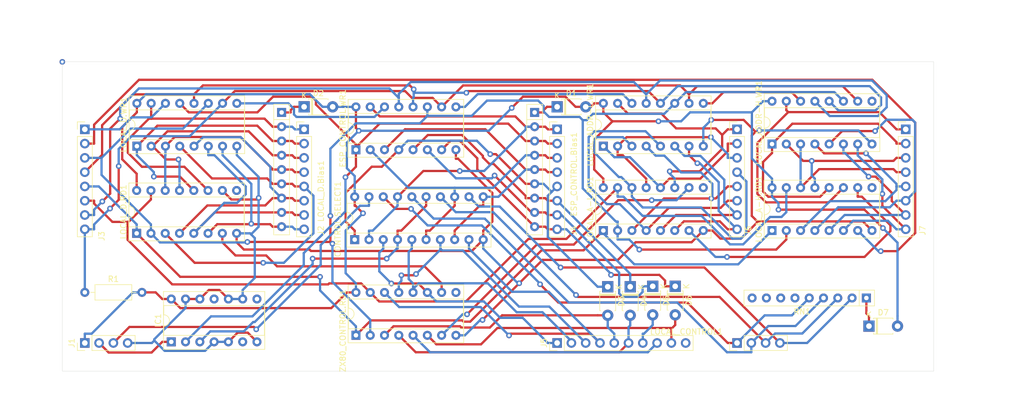
<source format=kicad_pcb>
(kicad_pcb (version 20221018) (generator pcbnew)
  (layers (0 "F.Cu" signal) (31 "B.Cu" signal) (34 "B.Paste" user) (35 "F.Paste" user) (36 "B.SilkS" user "B.Silkscreen") (37 "F.SilkS" user "F.Silkscreen") (38 "B.Mask" user) (39 "F.Mask" user) (44 "Edge.Cuts" user))
  (net 0 "")
  (net 1 "/SPI-Z80-BUS/ESP_CONTROL.BUSRQ")
  (net 2 "/SPI-Z80-BUS/ESP_CONTROL.RD")
  (net 3 "/SPI-Z80-BUS/Z80_CONTROL.RD")
  (net 4 "Net-(CONTROL.SELECT1-1A1)")
  (net 5 "/SPI-Z80-BUS/Z80_CONTROL.WR")
  (net 6 "/SPI-Z80-BUS/ESP_CONTROL.IORQ")
  (net 7 "/SPI-Z80-BUS/Z80_CONTROL.IORQ")
  (net 8 "/SPI-Z80-BUS/ESP_CONTROL.MEMRQ")
  (net 9 "/SPI-Z80-BUS/Z80_CONTROL.MEMRQ")
  (net 10 "GND")
  (net 11 "/SPI-Z80-BUS/LOCAL_CONTROL.MEMRQ")
  (net 12 "/SPI-Z80-BUS/LOCAL_CONTROL.IORQ")
  (net 13 "/SPI-Z80-BUS/LOCAL_CONTROL.WR")
  (net 14 "/SPI-Z80-BUS/LOCAL_CONTROL.RD")
  (net 15 "/SPI-Z80-BUS/!ESP_HARDLOCK")
  (net 16 "+5V")
  (net 17 "Net-(D1-K)")
  (net 18 "Net-(D2-K)")
  (net 19 "Net-(D7-K)")
  (net 20 "/SPI-Z80-BUS/Z80_CONTROL.BUSRQ")
  (net 21 "/SPI-Z80-BUS/ESP_CONTROL.WAIT")
  (net 22 "/SPI-Z80-BUS/Z80_CONTROL.WAIT")
  (net 23 "/SPI-Z80-BUS/ESP_CONTROL.ROMCS")
  (net 24 "/SPI-Z80-BUS/Z80_CONTROL.ROMCS")
  (net 25 "/SPI-Z80-BUS/ESP_CONTROL.NMI")
  (net 26 "/SPI-Z80-BUS/Z80_CONTROL.NMI")
  (net 27 "/SPI-Z80-BUS/ESP_CONTROL.WR")
  (net 28 "Net-(ESP_CONTROL.WR1-QH')")
  (net 29 "/SPI-Z80-BUS/ESP_SPI_INT.MR")
  (net 30 "/SPI-Z80-BUS/ESP_SPI_INT.SCK")
  (net 31 "/SPI-Z80-BUS/ESP_SPI_INT.STC")
  (net 32 "/SPI-Z80-BUS/ESP_SPI_INT.OE")
  (net 33 "Net-(ESP_CONTROL.WR1-SER)")
  (net 34 "/SPI-Z80-BUS/ESP_PULSE")
  (net 35 "/SPI-Z80-BUS/LOCAL_D0")
  (net 36 "/SPI-Z80-BUS/LOCAL_D1")
  (net 37 "/SPI-Z80-BUS/LOCAL_D2")
  (net 38 "/SPI-Z80-BUS/LOCAL_D3")
  (net 39 "/SPI-Z80-BUS/LOCAL_D4")
  (net 40 "/SPI-Z80-BUS/LOCAL_D5")
  (net 41 "/SPI-Z80-BUS/LOCAL_D6")
  (net 42 "/SPI-Z80-BUS/LOCAL_D7")
  (net 43 "/SPI-Z80-BUS/LOCAL_A0")
  (net 44 "/SPI-Z80-BUS/LOCAL_A1")
  (net 45 "/SPI-Z80-BUS/LOCAL_A2")
  (net 46 "/SPI-Z80-BUS/LOCAL_A3")
  (net 47 "/SPI-Z80-BUS/LOCAL_A4")
  (net 48 "/SPI-Z80-BUS/LOCAL_A5")
  (net 49 "/SPI-Z80-BUS/LOCAL_A6")
  (net 50 "/SPI-Z80-BUS/LOCAL_A7")
  (net 51 "/SPI-Z80-BUS/LOCAL_A8")
  (net 52 "/SPI-Z80-BUS/LOCAL_A9")
  (net 53 "/SPI-Z80-BUS/LOCAL_A10")
  (net 54 "/SPI-Z80-BUS/LOCAL_A11")
  (net 55 "/SPI-Z80-BUS/LOCAL_A12")
  (net 56 "/SPI-Z80-BUS/LOCAL_A13")
  (net 57 "/SPI-Z80-BUS/LOCAL_A14")
  (net 58 "/SPI-Z80-BUS/LOCAL_A15")
  (net 59 "/SPI-Z80-BUS/Z80_CONTROL.BUSACK")
  (net 60 "/SPI-Z80-BUS/ESP_SPI_INT.MOSI")
  (net 61 "/SPI-Z80-BUS/ESP_SPI_INT.MISO")
  (net 62 "/SPI-Z80-BUS/ESP_SPI_INT.PL")
  (net 63 "/SPI-Z80-BUS/ESP_SPI_INT.CE")
  (net 65 "Net-(LOCAL_A-H.RD1-DS)")
  (net 67 "Net-(LOCAL_A-L.RD1-DS)")
  (net 69 "Net-(LOCAL_ADDR-H.WR1-SER)")
  (net 70 "Net-(LOCAL_D.RD1-~{Q7})")
  (net 80 "/SPI-Z80-BUS/Z80_CONTROL.RESET")
  (footprint "Connector_PinHeader_2.54mm:PinHeader_1x04_P2.54mm_Vertical" (layer "F.Cu") (at 175 77 90)
    (fp_text reference "LOCAL_CONTROL1")
    (fp_text value "LOCAL_CONTROL")
  )
  (footprint "Package_DIP:DIP-16_W7.62mm_Socket" (layer "F.Cu") (at 107.22 75.635 90)
    (fp_text reference "ZX80_CONTROL.RD1")
    (fp_text value "74HC165N")
  )
  (footprint "Diode_THT:D_T-1_P5.08mm_Horizontal" (layer "F.Cu") (at 160 66.92 -90)
    (fp_text reference "D5")
    (fp_text value "1N4148")
  )
  (footprint "Package_DIP:DIP-14_W7.62mm_Socket" (layer "F.Cu") (at 74.375 76.8 90)
    (fp_text reference "IC1")
    (fp_text value "74HC32N")
  )
  (footprint "Connector_PinHeader_2.54mm:PinHeader_1x08_P2.54mm_Vertical" (layer "F.Cu") (at 175 39)
    (fp_text reference "J6")
    (fp_text value "LOCAL_A-L")
  )
  (footprint "Diode_THT:D_T-1_P5.08mm_Horizontal" (layer "F.Cu") (at 152 67 -90)
    (fp_text reference "D3")
    (fp_text value "1N4148")
  )
  (footprint "Resistor_THT:R_Array_SIP9" (layer "F.Cu") (at 198 69 180)
    (fp_text reference "RN1")
    (fp_text value "LOCAL_CONTROL.Bias")
  )
  (footprint "Diode_THT:D_T-1_P5.08mm_Horizontal" (layer "F.Cu") (at 198.46 74)
    (fp_text reference "D7")
    (fp_text value "1N4148")
  )
  (footprint "Diode_THT:D_T-1_P5.08mm_Horizontal" (layer "F.Cu") (at 143 35)
    (fp_text reference "D1")
    (fp_text value "1N4148")
  )
  (footprint "Package_DIP:DIP-16_W7.62mm_Socket" (layer "F.Cu") (at 68.26 42 90)
    (fp_text reference "LOCAL_D.WR1")
    (fp_text value "74595N")
  )
  (footprint "Package_DIP:DIP-16_W7.62mm_Socket" (layer "F.Cu") (at 68.22 57.5 90)
    (fp_text reference "LOCAL_D.RD1")
    (fp_text value "74HC165N")
  )
  (footprint "Package_DIP:DIP-16_W7.62mm_Socket" (layer "F.Cu") (at 107.22 42.635 90)
    (fp_text reference "ESP_CONTROL.WR1")
    (fp_text value "74595N")
  )
  (footprint "Connector_PinHeader_2.54mm:PinHeader_1x08_P2.54mm_Vertical" (layer "F.Cu") (at 59 39)
    (fp_text reference "J3")
    (fp_text value "ESP_SPI_INT")
  )
  (footprint "Package_DIP:DIP-20_W7.62mm_Socket" (layer "F.Cu") (at 107 58.62 90)
    (fp_text reference "CONTROL.SELECT1")
    (fp_text value "74HC244N")
  )
  (footprint "Diode_THT:D_T-1_P5.08mm_Horizontal" (layer "F.Cu") (at 156 67 -90)
    (fp_text reference "D4")
    (fp_text value "1N4148")
  )
  (footprint "Connector_PinHeader_2.54mm:PinHeader_1x04_P2.54mm_Vertical" (layer "F.Cu") (at 59 77 90)
    (fp_text reference "J1")
    (fp_text value "PinHeader_2.54mm" hide)
  )
  (footprint "Connector_PinHeader_2.54mm:PinHeader_1x08_P2.54mm_Vertical" (layer "F.Cu") (at 205 39)
    (fp_text reference "J7")
    (fp_text value "LOCAL_A-H")
  )
  (footprint "Package_DIP:DIP-16_W7.62mm_Socket" (layer "F.Cu") (at 181.22 41.62 90)
    (fp_text reference "LOCAL_ADDR-H.WR1")
    (fp_text value "74595N")
  )
  (footprint "Package_DIP:DIP-16_W7.62mm_Socket" (layer "F.Cu") (at 151.22 42 90)
    (fp_text reference "LOCAL_ADDR-L.WR1")
    (fp_text value "74595N")
  )
  (footprint "Diode_THT:D_T-1_P5.08mm_Horizontal" (layer "F.Cu") (at 164 66.92 -90)
    (fp_text reference "D6")
    (fp_text value "1N4148")
  )
  (footprint "Package_DIP:DIP-16_W7.62mm_Socket" (layer "F.Cu") (at 181.22 57 90)
    (fp_text reference "LOCAL_A-H.RD1")
    (fp_text value "74HC165N")
  )
  (footprint "Resistor_THT:R_Array_SIP9" (layer "F.Cu") (at 139 36 -90)
    (fp_text reference "ESP_CONTROL.Bias1")
    (fp_text value "4609M-101-103LF")
  )
  (footprint "Diode_THT:D_T-1_P5.08mm_Horizontal" (layer "F.Cu") (at 98 35)
    (fp_text reference "D2")
    (fp_text value "1N4148")
  )
  (footprint "Package_DIP:DIP-16_W7.62mm_Socket" (layer "F.Cu") (at 151.22 57 90)
    (fp_text reference "LOCAL_A-L.RD1")
    (fp_text value "74HC165N")
  )
  (footprint "Connector_PinHeader_2.54mm:PinHeader_1x08_P2.54mm_Vertical" (layer "F.Cu") (at 98 39)
    (fp_text reference "J2")
    (fp_text value "LOCAL_D")
  )
  (footprint "Connector_PinHeader_2.54mm:PinHeader_1x10_P2.54mm_Vertical" (layer "F.Cu") (at 143 77 90)
    (fp_text reference "J5")
    (fp_text value "Z80_CONTROL")
  )
  (footprint "Resistor_THT:R_Axial_DIN0207_L6.3mm_D2.5mm_P10.16mm_Horizontal" (layer "F.Cu") (at 59 68)
    (fp_text reference "R1")
    (fp_text value "22K")
  )
  (footprint "Resistor_THT:R_Array_SIP9" (layer "F.Cu") (at 94 36 -90)
    (fp_text reference "LOCAL_D.Bias1")
    (fp_text value "4609M-101-103LF")
  )
  (footprint "Connector_PinHeader_2.54mm:PinHeader_1x08_P2.54mm_Vertical" (layer "F.Cu") (at 143 39)
    (fp_text reference "J4")
    (fp_text value "ESP_CONTROL")
  )
  (gr_rect (start 55 27) (end 210 82) (stroke (width 0.05)) (fill none) (layer "Edge.Cuts"))
  (via (at 55 27) (size 1) (drill 0.5) (layers "F.Cu" "B.Cu") (net 0))
  (segment (start 138.5079 48.7) (end 139 48.7) (width 0.4) (layer "F.Cu") (net 1))
  (segment (start 132.1147 43.4148) (end 137.3999 48.7) (width 0.4) (layer "F.Cu") (net 1))
  (segment (start 111.8239 45.6511) (end 114.84 42.635) (width 0.4) (layer "F.Cu") (net 1))
  (segment (start 105.3815 55.4014) (end 105.3815 50.3006) (width 0.4) (layer "F.Cu") (net 1))
  (segment (start 107 57.0199) (end 105.3815 55.4014) (width 0.4) (layer "F.Cu") (net 1))
  (segment (start 131.1031 43.4148) (end 132.1147 43.4148) (width 0.4) (layer "F.Cu") (net 1))
  (segment (start 105.3815 50.3006) (end 110.031 45.6511) (width 0.4) (layer "F.Cu") (net 1))
  (segment (start 138.5079 48.7) (end 137.3999 48.7) (width 0.4) (layer "F.Cu") (net 1))
  (segment (start 110.031 45.6511) (end 111.8239 45.6511) (width 0.4) (layer "F.Cu") (net 1))
  (segment (start 107 58.62) (end 107 57.0199) (width 0.4) (layer "F.Cu") (net 1))
  (via (at 131.1031 43.4148) (size 1) (drill 0.5) (layers "F.Cu" "B.Cu") (net 1))
  (segment (start 128.7231 41.0348) (end 131.1031 43.4148) (width 0.4) (layer "B.Cu") (net 1))
  (segment (start 142.0301 50.1299) (end 143 49.16) (width 0.4) (layer "B.Cu") (net 1))
  (segment (start 150.1999 67) (end 141.3455 58.1456) (width 0.4) (layer "B.Cu") (net 1))
  (segment (start 140.6001 48.7) (end 142.0301 50.1299) (width 0.4) (layer "B.Cu") (net 1))
  (segment (start 152 67) (end 150.1999 67) (width 0.4) (layer "B.Cu") (net 1))
  (segment (start 116.4402 41.0348) (end 128.7231 41.0348) (width 0.4) (layer "B.Cu") (net 1))
  (segment (start 141.3455 58.1456) (end 141.3455 50.8145) (width 0.4) (layer "B.Cu") (net 1))
  (segment (start 139 48.7) (end 140.6001 48.7) (width 0.4) (layer "B.Cu") (net 1))
  (segment (start 141.3455 50.8145) (end 142.0301 50.1299) (width 0.4) (layer "B.Cu") (net 1))
  (segment (start 114.84 42.635) (end 116.4402 41.0348) (width 0.4) (layer "B.Cu") (net 1))
  (segment (start 135.5692 36.7093) (end 111.4543 36.7093) (width 0.4) (layer "F.Cu") (net 2))
  (segment (start 137.3999 38.54) (end 135.5692 36.7093) (width 0.4) (layer "F.Cu") (net 2))
  (segment (start 111.4543 36.7093) (end 109.76 35.015) (width 0.4) (layer "F.Cu") (net 2))
  (segment (start 140.8899 38.54) (end 139 38.54) (width 0.4) (layer "F.Cu") (net 2))
  (segment (start 114.62 51) (end 119.2085 46.4115) (width 0.4) (layer "F.Cu") (net 2))
  (segment (start 141.3499 39) (end 140.8899 38.54) (width 0.4) (layer "F.Cu") (net 2))
  (segment (start 119.2085 46.4115) (end 125.684 46.4115) (width 0.4) (layer "F.Cu") (net 2))
  (segment (start 143 39) (end 141.3499 39) (width 0.4) (layer "F.Cu") (net 2))
  (segment (start 139 38.54) (end 137.3999 38.54) (width 0.4) (layer "F.Cu") (net 2))
  (via (at 125.684 46.4115) (size 1) (drill 0.5) (layers "F.Cu" "B.Cu") (net 2))
  (segment (start 139 38.54) (end 137.3999 38.54) (width 0.4) (layer "B.Cu") (net 2))
  (segment (start 137.3999 38.54) (end 137.3999 39.0372) (width 0.4) (layer "B.Cu") (net 2))
  (segment (start 110.2002 57.0199) (end 109.54 57.0199) (width 0.4) (layer "B.Cu") (net 2))
  (segment (start 137.3999 39.0372) (end 130.0256 46.4115) (width 0.4) (layer "B.Cu") (net 2))
  (segment (start 109.54 58.62) (end 109.54 57.0199) (width 0.4) (layer "B.Cu") (net 2))
  (segment (start 130.0256 46.4115) (end 125.684 46.4115) (width 0.4) (layer "B.Cu") (net 2))
  (segment (start 114.62 51) (end 114.62 52.6001) (width 0.4) (layer "B.Cu") (net 2))
  (segment (start 114.62 52.6001) (end 110.2002 57.0199) (width 0.4) (layer "B.Cu") (net 2))
  (segment (start 118.3198 66.4148) (end 113.5192 66.4148) (width 0.4) (layer "F.Cu") (net 3))
  (segment (start 119.92 68.015) (end 118.3198 66.4148) (width 0.4) (layer "F.Cu") (net 3))
  (via (at 113.5192 66.4148) (size 1) (drill 0.5) (layers "F.Cu" "B.Cu") (net 3))
  (segment (start 136.8786 72.5287) (end 132.8763 72.5287) (width 0.4) (layer "B.Cu") (net 3))
  (segment (start 126.0149 69.6152) (end 121.5202 69.6152) (width 0.4) (layer "B.Cu") (net 3))
  (segment (start 112.08 60.2201) (end 111.3751 60.925) (width 0.4) (layer "B.Cu") (net 3))
  (segment (start 132.8763 72.5287) (end 129.9543 69.6067) (width 0.4) (layer "B.Cu") (net 3))
  (segment (start 126.0234 69.6067) (end 126.0149 69.6152) (width 0.4) (layer "B.Cu") (net 3))
  (segment (start 129.9543 69.6067) (end 126.0234 69.6067) (width 0.4) (layer "B.Cu") (net 3))
  (segment (start 143 77) (end 141.3499 77) (width 0.4) (layer "B.Cu") (net 3))
  (segment (start 111.3751 64.2707) (end 113.5192 66.4148) (width 0.4) (layer "B.Cu") (net 3))
  (segment (start 141.3499 77) (end 136.8786 72.5287) (width 0.4) (layer "B.Cu") (net 3))
  (segment (start 121.5202 69.6152) (end 119.92 68.015) (width 0.4) (layer "B.Cu") (net 3))
  (segment (start 111.3751 60.925) (end 111.3751 64.2707) (width 0.4) (layer "B.Cu") (net 3))
  (segment (start 112.08 58.62) (end 112.08 60.2201) (width 0.4) (layer "B.Cu") (net 3))
  (segment (start 114.62 58.62) (end 114.62 57.0199) (width 0.4) (layer "F.Cu") (net 4))
  (segment (start 115.2802 57.0199) (end 119.7 52.6001) (width 0.4) (layer "F.Cu") (net 4))
  (segment (start 119.7 51) (end 119.7 52.6001) (width 0.4) (layer "F.Cu") (net 4))
  (segment (start 114.62 57.0199) (end 115.2802 57.0199) (width 0.4) (layer "F.Cu") (net 4))
  (segment (start 112.69 61.9966) (end 99.5169 61.9966) (width 0.4) (layer "F.Cu") (net 4))
  (via (at 99.5169 61.9966) (size 1) (drill 0.5) (layers "F.Cu" "B.Cu") (net 4))
  (via (at 112.69 61.9966) (size 1) (drill 0.5) (layers "F.Cu" "B.Cu") (net 4))
  (segment (start 87.2806 74.9356) (end 88.9456 73.2706) (width 0.4) (layer "B.Cu") (net 4))
  (segment (start 81.3193 74.9357) (end 87.2806 74.9357) (width 0.4) (layer "B.Cu") (net 4))
  (segment (start 87.2806 74.9357) (end 87.2806 74.9356) (width 0.4) (layer "B.Cu") (net 4))
  (segment (start 114.62 58.62) (end 114.62 60.2201) (width 0.4) (layer "B.Cu") (net 4))
  (segment (start 79.455 76.8) (end 81.3193 74.9357) (width 0.4) (layer "B.Cu") (net 4))
  (segment (start 114.62 60.2201) (end 114.4665 60.2201) (width 0.4) (layer "B.Cu") (net 4))
  (segment (start 88.9456 73.2706) (end 89.2237 73.2706) (width 0.4) (layer "B.Cu") (net 4))
  (segment (start 99.5169 62.9774) (end 99.5169 61.9966) (width 0.4) (layer "B.Cu") (net 4))
  (segment (start 89.2237 73.2706) (end 99.5169 62.9774) (width 0.4) (layer "B.Cu") (net 4))
  (segment (start 114.4665 60.2201) (end 112.69 61.9966) (width 0.4) (layer "B.Cu") (net 4))
  (segment (start 140.3851 71.5285) (end 135.7994 71.5285) (width 0.4) (layer "B.Cu") (net 5))
  (segment (start 116.6036 65.6385) (end 116.6036 60.7765) (width 0.4) (layer "B.Cu") (net 5))
  (segment (start 117.16 58.62) (end 117.16 60.2201) (width 0.4) (layer "B.Cu") (net 5))
  (segment (start 118.3828 66.3871) (end 117.38 67.3899) (width 0.4) (layer "B.Cu") (net 5))
  (segment (start 116.6036 60.7765) (end 117.16 60.2201) (width 0.4) (layer "B.Cu") (net 5))
  (segment (start 117.38 67.3899) (end 117.38 66.4149) (width 0.4) (layer "B.Cu") (net 5))
  (segment (start 145.54 77) (end 145.54 76.6834) (width 0.4) (layer "B.Cu") (net 5))
  (segment (start 135.7994 71.5285) (end 130.658 66.3871) (width 0.4) (layer "B.Cu") (net 5))
  (segment (start 130.658 66.3871) (end 118.3828 66.3871) (width 0.4) (layer "B.Cu") (net 5))
  (segment (start 117.38 66.4149) (end 116.6036 65.6385) (width 0.4) (layer "B.Cu") (net 5))
  (segment (start 145.54 76.6834) (end 140.3851 71.5285) (width 0.4) (layer "B.Cu") (net 5))
  (segment (start 117.38 68.015) (end 117.38 67.3899) (width 0.4) (layer "B.Cu") (net 5))
  (segment (start 139 43.62) (end 140.8899 43.62) (width 0.4) (layer "F.Cu") (net 6))
  (segment (start 143 44.08) (end 141.3499 44.08) (width 0.4) (layer "F.Cu") (net 6))
  (segment (start 120.3602 57.0199) (end 124.78 52.6001) (width 0.4) (layer "F.Cu") (net 6))
  (segment (start 119.7 58.62) (end 119.7 57.0199) (width 0.4) (layer "F.Cu") (net 6))
  (segment (start 124.78 51) (end 124.78 52.6001) (width 0.4) (layer "F.Cu") (net 6))
  (segment (start 140.8899 43.62) (end 141.3499 44.08) (width 0.4) (layer "F.Cu") (net 6))
  (segment (start 119.7 57.0199) (end 120.3602 57.0199) (width 0.4) (layer "F.Cu") (net 6))
  (segment (start 139 43.62) (end 137.3999 43.62) (width 0.4) (layer "B.Cu") (net 6))
  (segment (start 109.76 42.635) (end 116.5249 49.3999) (width 0.4) (layer "B.Cu") (net 6))
  (segment (start 124.78 51) (end 124.78 49.3999) (width 0.4) (layer "B.Cu") (net 6))
  (segment (start 131.62 49.3999) (end 124.78 49.3999) (width 0.4) (layer "B.Cu") (net 6))
  (segment (start 137.3999 43.62) (end 131.62 49.3999) (width 0.4) (layer "B.Cu") (net 6))
  (segment (start 116.5249 49.3999) (end 124.78 49.3999) (width 0.4) (layer "B.Cu") (net 6))
  (segment (start 117.6864 64.9574) (end 117.9038 64.74) (width 0.4) (layer "F.Cu") (net 7))
  (segment (start 115.3035 64.9574) (end 117.6864 64.9574) (width 0.4) (layer "F.Cu") (net 7))
  (via (at 117.9038 64.74) (size 1) (drill 0.5) (layers "F.Cu" "B.Cu") (net 7))
  (via (at 115.3035 64.9574) (size 1) (drill 0.5) (layers "F.Cu" "B.Cu") (net 7))
  (segment (start 122.5698 60.5499) (end 122.3319 60.3119) (width 0.4) (layer "B.Cu") (net 7))
  (segment (start 148.08 77) (end 141.6083 70.5283) (width 0.4) (layer "B.Cu") (net 7))
  (segment (start 114.84 68.015) (end 114.84 66.4149) (width 0.4) (layer "B.Cu") (net 7))
  (segment (start 122.24 58.62) (end 122.24 60.2201) (width 0.4) (layer "B.Cu") (net 7))
  (segment (start 126.2353 60.5499) (end 122.5698 60.5499) (width 0.4) (layer "B.Cu") (net 7))
  (segment (start 115.3035 64.9574) (end 115.3035 65.9514) (width 0.4) (layer "B.Cu") (net 7))
  (segment (start 136.2137 70.5283) (end 126.2353 60.5499) (width 0.4) (layer "B.Cu") (net 7))
  (segment (start 122.3319 60.3119) (end 122.24 60.2201) (width 0.4) (layer "B.Cu") (net 7))
  (segment (start 141.6083 70.5283) (end 136.2137 70.5283) (width 0.4) (layer "B.Cu") (net 7))
  (segment (start 122.3319 60.3119) (end 117.9038 64.74) (width 0.4) (layer "B.Cu") (net 7))
  (segment (start 115.3035 65.9514) (end 114.84 66.4149) (width 0.4) (layer "B.Cu") (net 7))
  (segment (start 124.78 58.62) (end 124.78 57.0199) (width 0.4) (layer "F.Cu") (net 8))
  (segment (start 129.1998 52.6001) (end 124.78 57.0199) (width 0.4) (layer "F.Cu") (net 8))
  (segment (start 129.86 52.6001) (end 129.1998 52.6001) (width 0.4) (layer "F.Cu") (net 8))
  (segment (start 130.2338 38.9939) (end 137.3999 46.16) (width 0.4) (layer "F.Cu") (net 8))
  (segment (start 115.9411 38.9939) (end 130.2338 38.9939) (width 0.4) (layer "F.Cu") (net 8))
  (segment (start 129.86 51) (end 129.86 52.6001) (width 0.4) (layer "F.Cu") (net 8))
  (segment (start 140.8899 46.16) (end 139 46.16) (width 0.4) (layer "F.Cu") (net 8))
  (segment (start 139 46.16) (end 137.3999 46.16) (width 0.4) (layer "F.Cu") (net 8))
  (segment (start 112.3 42.635) (end 115.9411 38.9939) (width 0.4) (layer "F.Cu") (net 8))
  (segment (start 141.3499 46.62) (end 140.8899 46.16) (width 0.4) (layer "F.Cu") (net 8))
  (segment (start 143 46.62) (end 141.3499 46.62) (width 0.4) (layer "F.Cu") (net 8))
  (segment (start 132.5599 51) (end 137.3999 46.16) (width 0.4) (layer "B.Cu") (net 8))
  (segment (start 129.86 51) (end 131.4601 51) (width 0.4) (layer "B.Cu") (net 8))
  (segment (start 139 46.16) (end 137.3999 46.16) (width 0.4) (layer "B.Cu") (net 8))
  (segment (start 131.4601 51) (end 132.5599 51) (width 0.4) (layer "B.Cu") (net 8))
  (segment (start 134.7647 75.3499) (end 134.4474 75.6672) (width 0.4) (layer "F.Cu") (net 9))
  (segment (start 148.9699 75.3499) (end 134.7647 75.3499) (width 0.4) (layer "F.Cu") (net 9))
  (segment (start 150.62 77) (end 148.9699 75.3499) (width 0.4) (layer "F.Cu") (net 9))
  (via (at 134.4474 75.6672) (size 1) (drill 0.5) (layers "F.Cu" "B.Cu") (net 9))
  (segment (start 126.4291 70.6153) (end 114.9003 70.6153) (width 0.4) (layer "B.Cu") (net 9))
  (segment (start 141.5128 67.8928) (end 134.9927 67.8928) (width 0.4) (layer "B.Cu") (net 9))
  (segment (start 114.9003 70.6153) (end 112.3 68.015) (width 0.4) (layer "B.Cu") (net 9))
  (segment (start 127.32 58.62) (end 127.32 60.2201) (width 0.4) (layer "B.Cu") (net 9))
  (segment (start 134.4474 75.6672) (end 129.387 70.6068) (width 0.4) (layer "B.Cu") (net 9))
  (segment (start 150.62 77) (end 141.5128 67.8928) (width 0.4) (layer "B.Cu") (net 9))
  (segment (start 126.4376 70.6068) (end 126.4291 70.6153) (width 0.4) (layer "B.Cu") (net 9))
  (segment (start 129.387 70.6068) (end 126.4376 70.6068) (width 0.4) (layer "B.Cu") (net 9))
  (segment (start 134.9927 67.8928) (end 127.32 60.2201) (width 0.4) (layer "B.Cu") (net 9))
  (segment (start 76.915 69.18) (end 78.5151 69.18) (width 0.4) (layer "F.Cu") (net 10))
  (segment (start 169 57) (end 170.6001 57) (width 0.4) (layer "F.Cu") (net 10))
  (segment (start 172.0366 58.4365) (end 175.6992 58.4365) (width 0.4) (layer "F.Cu") (net 10))
  (segment (start 125 42.635) (end 125 44.2351) (width 0.4) (layer "F.Cu") (net 10))
  (segment (start 178.597 55.5387) (end 178.597 55.3763) (width 0.4) (layer "F.Cu") (net 10))
  (segment (start 86 57.5) (end 86 59.1001) (width 0.4) (layer "F.Cu") (net 10))
  (segment (start 89.6324 51.4849) (end 89.9176 51.1997) (width 0.4) (layer "F.Cu") (net 10))
  (segment (start 175.6992 58.4365) (end 178.597 55.5387) (width 0.4) (layer "F.Cu") (net 10))
  (segment (start 140.4141 62.2241) (end 153.8225 62.2241) (width 0.4) (layer "F.Cu") (net 10))
  (segment (start 197.3763 55.3763) (end 199 57) (width 0.4) (layer "F.Cu") (net 10))
  (segment (start 156.9635 59.0831) (end 166.9169 59.0831) (width 0.4) (layer "F.Cu") (net 10))
  (segment (start 127.8423 60.6377) (end 99.219 60.6377) (width 0.4) (layer "F.Cu") (net 10))
  (segment (start 87.2796 60.3797) (end 86 59.1001) (width 0.4) (layer "F.Cu") (net 10))
  (segment (start 87.9818 75.1668) (end 89.615 76.8) (width 0.4) (layer "F.Cu") (net 10))
  (segment (start 85.0649 51.4849) (end 89.6324 51.4849) (width 0.4) (layer "F.Cu") (net 10))
  (segment (start 84.535 76.8) (end 86.1682 75.1668) (width 0.4) (layer "F.Cu") (net 10))
  (segment (start 177.6196 40.1052) (end 178.2866 39.4382) (width 0.4) (layer "F.Cu") (net 10))
  (segment (start 125.3905 44.2351) (end 125 44.2351) (width 0.4) (layer "F.Cu") (net 10))
  (segment (start 79.455 69.18) (end 78.5151 69.18) (width 0.4) (layer "F.Cu") (net 10))
  (segment (start 129.86 58.62) (end 127.8423 60.6377) (width 0.4) (layer "F.Cu") (net 10))
  (segment (start 131.4821 55.3978) (end 131.4821 50.3267) (width 0.4) (layer "F.Cu") (net 10))
  (segment (start 83.46 49.88) (end 85.0649 51.4849) (width 0.4) (layer "F.Cu") (net 10))
  (segment (start 153.8225 62.2241) (end 156.9635 59.0831) (width 0.4) (layer "F.Cu") (net 10))
  (segment (start 82.9346 67.5796) (end 81.0554 67.5796) (width 0.4) (layer "F.Cu") (net 10))
  (segment (start 166.9169 59.0831) (end 169 57) (width 0.4) (layer "F.Cu") (net 10))
  (segment (start 98.961 60.3797) (end 87.2796 60.3797) (width 0.4) (layer "F.Cu") (net 10))
  (segment (start 129.7317 72.9065) (end 136.2572 66.381) (width 0.4) (layer "F.Cu") (net 10))
  (segment (start 178.597 55.3763) (end 197.3763 55.3763) (width 0.4) (layer "F.Cu") (net 10))
  (segment (start 170.6001 57) (end 172.0366 58.4365) (width 0.4) (layer "F.Cu") (net 10))
  (segment (start 86.1682 75.1668) (end 87.9818 75.1668) (width 0.4) (layer "F.Cu") (net 10))
  (segment (start 131.4821 50.3267) (end 125.3905 44.2351) (width 0.4) (layer "F.Cu") (net 10))
  (segment (start 178.597 55.3763) (end 177.6196 54.3989) (width 0.4) (layer "F.Cu") (net 10))
  (segment (start 84.535 69.18) (end 82.9346 67.5796) (width 0.4) (layer "F.Cu") (net 10))
  (segment (start 178.2866 39.4382) (end 176.1781 37.3297) (width 0.4) (layer "F.Cu") (net 10))
  (segment (start 176.1781 37.3297) (end 170.4137 37.3297) (width 0.4) (layer "F.Cu") (net 10))
  (segment (start 129.86 58.62) (end 129.86 57.0199) (width 0.4) (layer "F.Cu") (net 10))
  (segment (start 99.219 60.6377) (end 98.961 60.3797) (width 0.4) (layer "F.Cu") (net 10))
  (segment (start 81.0554 67.5796) (end 79.455 69.18) (width 0.4) (layer "F.Cu") (net 10))
  (segment (start 129.86 57.0199) (end 131.4821 55.3978) (width 0.4) (layer "F.Cu") (net 10))
  (segment (start 136.2572 66.381) (end 140.4141 62.2241) (width 0.4) (layer "F.Cu") (net 10))
  (segment (start 177.6196 54.3989) (end 177.6196 40.1052) (width 0.4) (layer "F.Cu") (net 10))
  (segment (start 178.2866 39.4382) (end 178.7162 39.4382) (width 0.4) (layer "F.Cu") (net 10))
  (segment (start 178.7162 39.4382) (end 178.9489 39.2055) (width 0.4) (layer "F.Cu") (net 10))
  (via (at 89.9176 51.1997) (size 1) (drill 0.5) (layers "F.Cu" "B.Cu") (net 10))
  (via (at 129.7317 72.9065) (size 1) (drill 0.5) (layers "F.Cu" "B.Cu") (net 10))
  (via (at 170.4137 37.3297) (size 1) (drill 0.5) (layers "F.Cu" "B.Cu") (net 10))
  (via (at 136.2572 66.381) (size 1) (drill 0.5) (layers "F.Cu" "B.Cu") (net 10))
  (via (at 178.9489 39.2055) (size 1) (drill 0.5) (layers "F.Cu" "B.Cu") (net 10))
  (segment (start 126.6001 75.635) (end 129.3286 72.9065) (width 0.4) (layer "B.Cu") (net 10))
  (segment (start 88.5724 57.6821) (end 88.5724 57.6697) (width 0.4) (layer "B.Cu") (net 10))
  (segment (start 86.04 42) (end 86.04 43.6001) (width 0.4) (layer "B.Cu") (net 10))
  (segment (start 76.915 70.7801) (end 71.3632 76.3319) (width 0.4) (layer "B.Cu") (net 10))
  (segment (start 86.04 43.6001) (end 89.9051 47.4652) (width 0.4) (layer "B.Cu") (net 10))
  (segment (start 88.3903 57.5) (end 88.56 57.6697) (width 0.4) (layer "B.Cu") (net 10))
  (segment (start 89.2266 65.4283) (end 89.2266 58.3363) (width 0.4) (layer "B.Cu") (net 10))
  (segment (start 84.535 69.18) (end 85.4749 69.18) (width 0.4) (layer "B.Cu") (net 10))
  (segment (start 70.9283 77) (end 71.3632 76.5651) (width 0.4) (layer "B.Cu") (net 10))
  (segment (start 73.2052 78.4071) (end 80.3879 78.4071) (width 0.4) (layer "B.Cu") (net 10))
  (segment (start 86 57.5) (end 87.6001 57.5) (width 0.4) (layer "B.Cu") (net 10))
  (segment (start 129.86 58.62) (end 129.86 60.2201) (width 0.4) (layer "B.Cu") (net 10))
  (segment (start 129.3286 72.9065) (end 129.7317 72.9065) (width 0.4) (layer "B.Cu") (net 10))
  (segment (start 89.9051 51.1997) (end 89.9176 51.1997) (width 0.4) (layer "B.Cu") (net 10))
  (segment (start 129.86 60.2201) (end 136.0209 66.381) (width 0.4) (layer "B.Cu") (net 10))
  (segment (start 80.3879 78.4071) (end 81.995 76.8) (width 0.4) (layer "B.Cu") (net 10))
  (segment (start 136.0209 66.381) (end 136.2572 66.381) (width 0.4) (layer "B.Cu") (net 10))
  (segment (start 170.4137 37.3297) (end 169 38.7434) (width 0.4) (layer "B.Cu") (net 10))
  (segment (start 84.535 76.8) (end 83.5951 76.8) (width 0.4) (layer "B.Cu") (net 10))
  (segment (start 76.915 69.18) (end 76.915 70.7801) (width 0.4) (layer "B.Cu") (net 10))
  (segment (start 196.5855 39.2055) (end 178.9489 39.2055) (width 0.4) (layer "B.Cu") (net 10))
  (segment (start 125 75.635) (end 126.6001 75.635) (width 0.4) (layer "B.Cu") (net 10))
  (segment (start 199 41.62) (end 196.5855 39.2055) (width 0.4) (layer "B.Cu") (net 10))
  (segment (start 89.2266 58.3363) (end 88.5724 57.6821) (width 0.4) (layer "B.Cu") (net 10))
  (segment (start 71.3632 76.5651) (end 73.2052 78.4071) (width 0.4) (layer "B.Cu") (net 10))
  (segment (start 87.075 69.18) (end 85.4749 69.18) (width 0.4) (layer "B.Cu") (net 10))
  (segment (start 89.9051 47.4652) (end 89.9051 51.1997) (width 0.4) (layer "B.Cu") (net 10))
  (segment (start 71.3632 76.3319) (end 71.3632 76.5651) (width 0.4) (layer "B.Cu") (net 10))
  (segment (start 87.6001 57.5) (end 88.3903 57.5) (width 0.4) (layer "B.Cu") (net 10))
  (segment (start 87.075 67.5799) (end 89.2266 65.4283) (width 0.4) (layer "B.Cu") (net 10))
  (segment (start 88.56 57.6697) (end 88.5724 57.6697) (width 0.4) (layer "B.Cu") (net 10))
  (segment (start 81.995 76.8) (end 83.5951 76.8) (width 0.4) (layer "B.Cu") (net 10))
  (segment (start 68.2701 77) (end 70.9283 77) (width 0.4) (layer "B.Cu") (net 10))
  (segment (start 66.62 77) (end 68.2701 77) (width 0.4) (layer "B.Cu") (net 10))
  (segment (start 88.5724 57.6697) (end 89.9051 56.337) (width 0.4) (layer "B.Cu") (net 10))
  (segment (start 169 42) (end 169 40.3999) (width 0.4) (layer "B.Cu") (net 10))
  (segment (start 87.075 69.18) (end 87.075 67.5799) (width 0.4) (layer "B.Cu") (net 10))
  (segment (start 89.9051 56.337) (end 89.9051 51.1997) (width 0.4) (layer "B.Cu") (net 10))
  (segment (start 169 38.7434) (end 169 40.3999) (width 0.4) (layer "B.Cu") (net 10))
  (segment (start 169.1926 63.5726) (end 143.6166 63.5726) (width 0.4) (layer "F.Cu") (net 11))
  (segment (start 182.62 77) (end 169.1926 63.5726) (width 0.4) (layer "F.Cu") (net 11))
  (via (at 143.6166 63.5726) (size 1) (drill 0.5) (layers "F.Cu" "B.Cu") (net 11))
  (segment (start 195.46 69) (end 187.46 77) (width 0.4) (layer "B.Cu") (net 11))
  (segment (start 127.32 51) (end 129.0562 52.7362) (width 0.4) (layer "B.Cu") (net 11))
  (segment (start 129.0562 52.7362) (end 132.7802 52.7362) (width 0.4) (layer "B.Cu") (net 11))
  (segment (start 132.7802 52.7362) (end 143.6166 63.5726) (width 0.4) (layer "B.Cu") (net 11))
  (segment (start 187.46 77) (end 182.62 77) (width 0.4) (layer "B.Cu") (net 11))
  (segment (start 146.6977 68.8074) (end 146.3592 68.4689) (width 0.4) (layer "F.Cu") (net 12))
  (segment (start 171.8874 68.8074) (end 146.6977 68.8074) (width 0.4) (layer "F.Cu") (net 12))
  (segment (start 180.08 77) (end 171.8874 68.8074) (width 0.4) (layer "F.Cu") (net 12))
  (via (at 146.3592 68.4689) (size 1) (drill 0.5) (layers "F.Cu" "B.Cu") (net 12))
  (segment (start 122.24 51) (end 124.9764 53.7364) (width 0.4) (layer "B.Cu") (net 12))
  (segment (start 181.7662 75.3138) (end 180.08 77) (width 0.4) (layer "B.Cu") (net 12))
  (segment (start 186.6062 75.3138) (end 181.7662 75.3138) (width 0.4) (layer "B.Cu") (net 12))
  (segment (start 124.9764 53.7364) (end 131.6267 53.7364) (width 0.4) (layer "B.Cu") (net 12))
  (segment (start 131.6267 53.7364) (end 146.3592 68.4689) (width 0.4) (layer "B.Cu") (net 12))
  (segment (start 192.92 69) (end 186.6062 75.3138) (width 0.4) (layer "B.Cu") (net 12))
  (segment (start 121.0436 54.8836) (end 117.16 51) (width 0.4) (layer "B.Cu") (net 13))
  (segment (start 164.3635 69.8003) (end 145.0449 69.8003) (width 0.4) (layer "B.Cu") (net 13))
  (segment (start 177.54 78.6501) (end 173.2133 78.6501) (width 0.4) (layer "B.Cu") (net 13))
  (segment (start 180.5554 73.9846) (end 177.54 77) (width 0.4) (layer "B.Cu") (net 13))
  (segment (start 177.54 77) (end 177.54 78.6501) (width 0.4) (layer "B.Cu") (net 13))
  (segment (start 145.0449 69.8003) (end 130.1282 54.8836) (width 0.4) (layer "B.Cu") (net 13))
  (segment (start 130.1282 54.8836) (end 121.0436 54.8836) (width 0.4) (layer "B.Cu") (net 13))
  (segment (start 185.3954 73.9846) (end 180.5554 73.9846) (width 0.4) (layer "B.Cu") (net 13))
  (segment (start 173.2133 78.6501) (end 164.3635 69.8003) (width 0.4) (layer "B.Cu") (net 13))
  (segment (start 190.38 69) (end 185.3954 73.9846) (width 0.4) (layer "B.Cu") (net 13))
  (segment (start 175 77) (end 173.3499 77) (width 0.4) (layer "F.Cu") (net 14))
  (segment (start 112.08 51) (end 114.23 53.15) (width 0.4) (layer "F.Cu") (net 14))
  (segment (start 114.23 53.15) (end 117.0186 53.15) (width 0.4) (layer "F.Cu") (net 14))
  (segment (start 173.3499 77) (end 166.1575 69.8076) (width 0.4) (layer "F.Cu") (net 14))
  (segment (start 166.1575 69.8076) (end 143.2135 69.8076) (width 0.4) (layer "F.Cu") (net 14))
  (segment (start 143.2135 69.8076) (end 139.9673 66.5614) (width 0.4) (layer "F.Cu") (net 14))
  (via (at 117.0186 53.15) (size 1) (drill 0.5) (layers "F.Cu" "B.Cu") (net 14))
  (via (at 139.9673 66.5614) (size 1) (drill 0.5) (layers "F.Cu" "B.Cu") (net 14))
  (segment (start 119.9667 56.0981) (end 129.6012 56.0981) (width 0.4) (layer "B.Cu") (net 14))
  (segment (start 184.75 72.09) (end 179.91 72.09) (width 0.4) (layer "B.Cu") (net 14))
  (segment (start 179.91 72.09) (end 175 77) (width 0.4) (layer "B.Cu") (net 14))
  (segment (start 187.84 69) (end 184.75 72.09) (width 0.4) (layer "B.Cu") (net 14))
  (segment (start 139.9673 66.4642) (end 139.9673 66.5614) (width 0.4) (layer "B.Cu") (net 14))
  (segment (start 129.6012 56.0981) (end 139.9673 66.4642) (width 0.4) (layer "B.Cu") (net 14))
  (segment (start 117.0186 53.15) (end 119.9667 56.0981) (width 0.4) (layer "B.Cu") (net 14))
  (segment (start 89.0619 74.1485) (end 66.9315 74.1485) (width 0.4) (layer "F.Cu") (net 15))
  (segment (start 66.9315 74.1485) (end 64.08 77) (width 0.4) (layer "F.Cu") (net 15))
  (segment (start 89.4841 74.5707) (end 89.0619 74.1485) (width 0.4) (layer "F.Cu") (net 15))
  (via (at 89.4841 74.5707) (size 1) (drill 0.5) (layers "F.Cu" "B.Cu") (net 15))
  (segment (start 100.9529 63.1019) (end 89.4841 74.5707) (width 0.4) (layer "B.Cu") (net 15))
  (segment (start 100.9529 59.5871) (end 100.9529 63.1019) (width 0.4) (layer "B.Cu") (net 15))
  (segment (start 107.9399 52.6001) (end 100.9529 59.5871) (width 0.4) (layer "B.Cu") (net 15))
  (segment (start 109.54 51) (end 109.54 52.6001) (width 0.4) (layer "B.Cu") (net 15))
  (segment (start 109.54 52.6001) (end 107.9399 52.6001) (width 0.4) (layer "B.Cu") (net 15))
  (segment (start 107.1449 52.6001) (end 108.4763 53.9315) (width 0.4) (layer "F.Cu") (net 16))
  (segment (start 68.26 34.38) (end 68.26 35.9801) (width 0.4) (layer "F.Cu") (net 16))
  (segment (start 151.22 35.9801) (end 152.8331 37.5931) (width 0.4) (layer "F.Cu") (net 16))
  (segment (start 182.3685 53.2906) (end 197.6639 53.2906) (width 0.4) (layer "F.Cu") (net 16))
  (segment (start 69.16 68) (end 71.5949 68) (width 0.4) (layer "F.Cu") (net 16))
  (segment (start 148.08 35) (end 148.9999 35) (width 0.4) (layer "F.Cu") (net 16))
  (segment (start 148.08 35) (end 146.2799 35) (width 0.4) (layer "F.Cu") (net 16))
  (segment (start 75.9921 70.7971) (end 74.375 69.18) (width 0.4) (layer "F.Cu") (net 16))
  (segment (start 65.652 38.5881) (end 68.26 35.9801) (width 0.4) (layer "F.Cu") (net 16))
  (segment (start 107 51) (end 107 52.6001) (width 0.4) (layer "F.Cu") (net 16))
  (segment (start 68.22 46.9026) (end 65.652 44.3346) (width 0.4) (layer "F.Cu") (net 16))
  (segment (start 68.22 48.2799) (end 68.22 46.9026) (width 0.4) (layer "F.Cu") (net 16))
  (segment (start 136.9193 33.1998) (end 144.4797 33.1998) (width 0.4) (layer "F.Cu") (net 16))
  (segment (start 134.925 35.1941) (end 136.9193 33.1998) (width 0.4) (layer "F.Cu") (net 16))
  (segment (start 74.375 69.18) (end 72.7749 69.18) (width 0.4) (layer "F.Cu") (net 16))
  (segment (start 151.22 34.38) (end 149.6199 34.38) (width 0.4) (layer "F.Cu") (net 16))
  (segment (start 149.5943 40.8319) (end 152.8331 37.5931) (width 0.4) (layer "F.Cu") (net 16))
  (segment (start 148.9999 35) (end 149.6199 34.38) (width 0.4) (layer "F.Cu") (net 16))
  (segment (start 68.22 49.88) (end 68.22 48.2799) (width 0.4) (layer "F.Cu") (net 16))
  (segment (start 151.22 34.38) (end 151.22 35.9801) (width 0.4) (layer "F.Cu") (net 16))
  (segment (start 102.8378 70.7971) (end 75.9921 70.7971) (width 0.4) (layer "F.Cu") (net 16))
  (segment (start 151.22 47.7799) (end 149.5943 46.1542) (width 0.4) (layer "F.Cu") (net 16))
  (segment (start 197.6639 53.2906) (end 200.9399 56.5666) (width 0.4) (layer "F.Cu") (net 16))
  (segment (start 151.22 49.38) (end 151.22 47.7799) (width 0.4) (layer "F.Cu") (net 16))
  (segment (start 152.8533 37.5729) (end 161.0201 37.5729) (width 0.4) (layer "F.Cu") (net 16))
  (segment (start 149.5943 46.1542) (end 149.5943 40.8319) (width 0.4) (layer "F.Cu") (net 16))
  (segment (start 65.652 44.3346) (end 65.652 38.5881) (width 0.4) (layer "F.Cu") (net 16))
  (segment (start 152.8331 37.5931) (end 152.8533 37.5729) (width 0.4) (layer "F.Cu") (net 16))
  (segment (start 107.22 68.015) (end 105.6199 68.015) (width 0.4) (layer "F.Cu") (net 16))
  (segment (start 107.7163 39.2558) (end 107.22 38.7595) (width 0.4) (layer "F.Cu") (net 16))
  (segment (start 105.6199 68.015) (end 102.8378 70.7971) (width 0.4) (layer "F.Cu") (net 16))
  (segment (start 107 52.6001) (end 107.1449 52.6001) (width 0.4) (layer "F.Cu") (net 16))
  (segment (start 107.22 38.7595) (end 107.22 35.015) (width 0.4) (layer "F.Cu") (net 16))
  (segment (start 71.5949 68) (end 72.7749 69.18) (width 0.4) (layer "F.Cu") (net 16))
  (segment (start 144.4797 33.1998) (end 146.2799 35) (width 0.4) (layer "F.Cu") (net 16))
  (via (at 107.7163 39.2558) (size 1) (drill 0.5) (layers "F.Cu" "B.Cu") (net 16))
  (via (at 134.925 35.1941) (size 1) (drill 0.5) (layers "F.Cu" "B.Cu") (net 16))
  (via (at 108.4763 53.9315) (size 1) (drill 0.5) (layers "F.Cu" "B.Cu") (net 16))
  (via (at 161.0201 37.5729) (size 1) (drill 0.5) (layers "F.Cu" "B.Cu") (net 16))
  (via (at 182.3685 53.2906) (size 1) (drill 0.5) (layers "F.Cu" "B.Cu") (net 16))
  (via (at 200.9399 56.5666) (size 1) (drill 0.5) (layers "F.Cu" "B.Cu") (net 16))
  (segment (start 166.6443 35.9802) (end 165.0516 37.5729) (width 0.4) (layer "B.Cu") (net 16))
  (segment (start 99.0362 32.7563) (end 69.8837 32.7563) (width 0.4) (layer "B.Cu") (net 16))
  (segment (start 181.22 34) (end 179.6199 34) (width 0.4) (layer "B.Cu") (net 16))
  (segment (start 107 49.3999) (end 107 47.3112) (width 0.4) (layer "B.Cu") (net 16))
  (segment (start 105.6142 41.3579) (end 107.7163 39.2558) (width 0.4) (layer "B.Cu") (net 16))
  (segment (start 105.3844 64.5793) (end 105.3844 57.0234) (width 0.4) (layer "B.Cu") (net 16))
  (segment (start 107 47.3112) (end 105.6142 45.9254) (width 0.4) (layer "B.Cu") (net 16))
  (segment (start 203.54 59.1667) (end 203.54 72.1999) (width 0.4) (layer "B.Cu") (net 16))
  (segment (start 105.6142 45.9254) (end 105.6142 41.3579) (width 0.4) (layer "B.Cu") (net 16))
  (segment (start 165.0516 37.5729) (end 161.0201 37.5729) (width 0.4) (layer "B.Cu") (net 16))
  (segment (start 181.22 49.38) (end 181.22 47.7799) (width 0.4) (layer "B.Cu") (net 16))
  (segment (start 101.2799 35) (end 99.0362 32.7563) (width 0.4) (layer "B.Cu") (net 16))
  (segment (start 107.22 66.4149) (end 105.3844 64.5793) (width 0.4) (layer "B.Cu") (net 16))
  (segment (start 107.22 68.015) (end 107.22 66.4149) (width 0.4) (layer "B.Cu") (net 16))
  (segment (start 104.8951 35.015) (end 104.8801 35) (width 0.4) (layer "B.Cu") (net 16))
  (segment (start 105.3844 57.0234) (end 108.4763 53.9315) (width 0.4) (layer "B.Cu") (net 16))
  (segment (start 182.3685 52.1286) (end 182.3685 53.2906) (width 0.4) (layer "B.Cu") (net 16))
  (segment (start 67.5599 68) (end 60.21 75.3499) (width 0.4) (layer "B.Cu") (net 16))
  (segment (start 177.6397 35.9802) (end 166.6443 35.9802) (width 0.4) (layer "B.Cu") (net 16))
  (segment (start 181.22 50.9801) (end 182.3685 52.1286) (width 0.4) (layer "B.Cu") (net 16))
  (segment (start 177.6397 44.1996) (end 181.22 47.7799) (width 0.4) (layer "B.Cu") (net 16))
  (segment (start 69.16 68) (end 67.5599 68) (width 0.4) (layer "B.Cu") (net 16))
  (segment (start 69.8837 32.7563) (end 68.26 34.38) (width 0.4) (layer "B.Cu") (net 16))
  (segment (start 130.8633 39.2558) (end 134.925 35.1941) (width 0.4) (layer "B.Cu") (net 16))
  (segment (start 103.08 35) (end 101.2799 35) (width 0.4) (layer "B.Cu") (net 16))
  (segment (start 177.6397 35.9802) (end 177.6397 44.1996) (width 0.4) (layer "B.Cu") (net 16))
  (segment (start 179.6199 34) (end 177.6397 35.9802) (width 0.4) (layer "B.Cu") (net 16))
  (segment (start 200.9399 56.5666) (end 203.54 59.1667) (width 0.4) (layer "B.Cu") (net 16))
  (segment (start 60.21 75.3499) (end 59 75.3499) (width 0.4) (layer "B.Cu") (net 16))
  (segment (start 107.7163 39.2558) (end 130.8633 39.2558) (width 0.4) (layer "B.Cu") (net 16))
  (segment (start 203.54 74) (end 203.54 72.1999) (width 0.4) (layer "B.Cu") (net 16))
  (segment (start 103.08 35) (end 104.8801 35) (width 0.4) (layer "B.Cu") (net 16))
  (segment (start 181.22 49.38) (end 181.22 50.9801) (width 0.4) (layer "B.Cu") (net 16))
  (segment (start 59 77) (end 59 75.3499) (width 0.4) (layer "B.Cu") (net 16))
  (segment (start 107 51) (end 107 49.3999) (width 0.4) (layer "B.Cu") (net 16))
  (segment (start 107.22 35.015) (end 104.8951 35.015) (width 0.4) (layer "B.Cu") (net 16))
  (segment (start 139 36) (end 140.6001 36) (width 0.4) (layer "F.Cu") (net 17))
  (segment (start 143 35) (end 141.1999 35) (width 0.4) (layer "F.Cu") (net 17))
  (segment (start 140.6001 35.5998) (end 141.1999 35) (width 0.4) (layer "F.Cu") (net 17))
  (segment (start 140.6001 36) (end 140.6001 35.5998) (width 0.4) (layer "F.Cu") (net 17))
  (segment (start 95.6001 35.5998) (end 96.1999 35) (width 0.4) (layer "F.Cu") (net 18))
  (segment (start 94 36) (end 95.6001 36) (width 0.4) (layer "F.Cu") (net 18))
  (segment (start 95.6001 36) (end 95.6001 35.5998) (width 0.4) (layer "F.Cu") (net 18))
  (segment (start 98 35) (end 96.1999 35) (width 0.4) (layer "F.Cu") (net 18))
  (segment (start 198 71.7399) (end 198.46 72.1999) (width 0.4) (layer "F.Cu") (net 19))
  (segment (start 198.46 74) (end 198.46 72.1999) (width 0.4) (layer "F.Cu") (net 19))
  (segment (start 198 69) (end 198 71.7399) (width 0.4) (layer "F.Cu") (net 19))
  (segment (start 125.7351 74.0338) (end 125.9588 74.2575) (width 0.4) (layer "F.Cu") (net 20))
  (segment (start 112.3 75.635) (end 113.9012 74.0338) (width 0.4) (layer "F.Cu") (net 20))
  (segment (start 131.0336 74.2575) (end 133.2111 72.08) (width 0.4) (layer "F.Cu") (net 20))
  (segment (start 113.9012 74.0338) (end 125.7351 74.0338) (width 0.4) (layer "F.Cu") (net 20))
  (segment (start 133.2111 72.08) (end 150.1999 72.08) (width 0.4) (layer "F.Cu") (net 20))
  (segment (start 152 72.08) (end 150.1999 72.08) (width 0.4) (layer "F.Cu") (net 20))
  (segment (start 125.9588 74.2575) (end 131.0336 74.2575) (width 0.4) (layer "F.Cu") (net 20))
  (segment (start 152 74.1899) (end 153.16 75.3499) (width 0.4) (layer "B.Cu") (net 20))
  (segment (start 153.16 77) (end 153.16 75.3499) (width 0.4) (layer "B.Cu") (net 20))
  (segment (start 152 72.08) (end 152 73.8801) (width 0.4) (layer "B.Cu") (net 20))
  (segment (start 152 73.8801) (end 152 74.1899) (width 0.4) (layer "B.Cu") (net 20))
  (segment (start 143 51.7) (end 141.3499 51.7) (width 0.4) (layer "F.Cu") (net 21))
  (segment (start 131.7151 45.1581) (end 130.9523 45.1581) (width 0.4) (layer "F.Cu") (net 21))
  (segment (start 126.0889 40.0145) (end 120.0005 40.0145) (width 0.4) (layer "F.Cu") (net 21))
  (segment (start 139 51.24) (end 137.3999 51.24) (width 0.4) (layer "F.Cu") (net 21))
  (segment (start 137.3999 51.24) (end 137.3999 50.8429) (width 0.4) (layer "F.Cu") (net 21))
  (segment (start 129.8029 43.7285) (end 126.0889 40.0145) (width 0.4) (layer "F.Cu") (net 21))
  (segment (start 130.9523 45.1581) (end 129.8029 44.0087) (width 0.4) (layer "F.Cu") (net 21))
  (segment (start 120.0005 40.0145) (end 117.38 42.635) (width 0.4) (layer "F.Cu") (net 21))
  (segment (start 137.3999 50.8429) (end 131.7151 45.1581) (width 0.4) (layer "F.Cu") (net 21))
  (segment (start 141.3499 51.7) (end 140.8899 51.24) (width 0.4) (layer "F.Cu") (net 21))
  (segment (start 140.8899 51.24) (end 139 51.24) (width 0.4) (layer "F.Cu") (net 21))
  (segment (start 129.8029 44.0087) (end 129.8029 43.7285) (width 0.4) (layer "F.Cu") (net 21))
  (segment (start 156 64.7) (end 156 65.1999) (width 0.4) (layer "B.Cu") (net 21))
  (segment (start 156 67) (end 156 65.1999) (width 0.4) (layer "B.Cu") (net 21))
  (segment (start 143 51.7) (end 156 64.7) (width 0.4) (layer "B.Cu") (net 21))
  (segment (start 154.0494 78.6506) (end 117.8556 78.6506) (width 0.4) (layer "F.Cu") (net 22))
  (segment (start 117.8556 78.6506) (end 114.84 75.635) (width 0.4) (layer "F.Cu") (net 22))
  (segment (start 155.7 77) (end 154.0494 78.6506) (width 0.4) (layer "F.Cu") (net 22))
  (segment (start 156 72.08) (end 156 73.8801) (width 0.4) (layer "B.Cu") (net 22))
  (segment (start 155.7 74.1801) (end 156 73.8801) (width 0.4) (layer "B.Cu") (net 22))
  (segment (start 155.7 77) (end 155.7 74.1801) (width 0.4) (layer "B.Cu") (net 22))
  (segment (start 143 54.24) (end 141.3499 54.24) (width 0.4) (layer "F.Cu") (net 23))
  (segment (start 141.3499 54.24) (end 140.8899 53.78) (width 0.4) (layer "F.Cu") (net 23))
  (segment (start 139 53.78) (end 138.439 53.78) (width 0.4) (layer "F.Cu") (net 23))
  (segment (start 140.8899 53.78) (end 139 53.78) (width 0.4) (layer "F.Cu") (net 23))
  (segment (start 138.439 53.78) (end 131.8781 47.2191) (width 0.4) (layer "F.Cu") (net 23))
  (via (at 131.8781 47.2191) (size 1) (drill 0.5) (layers "F.Cu" "B.Cu") (net 23))
  (segment (start 158.1999 67.9326) (end 158.1999 66.92) (width 0.4) (layer "B.Cu") (net 23))
  (segment (start 154.0332 64.4924) (end 154.0332 68.1877) (width 0.4) (layer "B.Cu") (net 23))
  (segment (start 131.3846 47.7126) (end 131.8781 47.2191) (width 0.4) (layer "B.Cu") (net 23))
  (segment (start 124.9976 47.7126) (end 131.3846 47.7126) (width 0.4) (layer "B.Cu") (net 23))
  (segment (start 143 54.24) (end 143.7808 54.24) (width 0.4) (layer "B.Cu") (net 23))
  (segment (start 143.7808 54.24) (end 154.0332 64.4924) (width 0.4) (layer "B.Cu") (net 23))
  (segment (start 154.0332 68.1877) (end 154.6457 68.8002) (width 0.4) (layer "B.Cu") (net 23))
  (segment (start 154.6457 68.8002) (end 157.3323 68.8002) (width 0.4) (layer "B.Cu") (net 23))
  (segment (start 160 66.92) (end 158.1999 66.92) (width 0.4) (layer "B.Cu") (net 23))
  (segment (start 157.3323 68.8002) (end 158.1999 67.9326) (width 0.4) (layer "B.Cu") (net 23))
  (segment (start 119.92 42.635) (end 124.9976 47.7126) (width 0.4) (layer "B.Cu") (net 23))
  (segment (start 158.24 75.3499) (end 158.4502 75.3499) (width 0.4) (layer "B.Cu") (net 24))
  (segment (start 158.4502 75.3499) (end 160 73.8001) (width 0.4) (layer "B.Cu") (net 24))
  (segment (start 158.24 77) (end 158.24 75.3499) (width 0.4) (layer "B.Cu") (net 24))
  (segment (start 160 72) (end 160 73.8001) (width 0.4) (layer "B.Cu") (net 24))
  (segment (start 162.1999 65.9074) (end 161.181 64.8885) (width 0.4) (layer "F.Cu") (net 25))
  (segment (start 143 56.78) (end 141.3499 56.78) (width 0.4) (layer "F.Cu") (net 25))
  (segment (start 128.8027 46.1227) (end 128.8027 44.1587) (width 0.4) (layer "F.Cu") (net 25))
  (segment (start 161.181 64.8885) (end 152.5904 64.8885) (width 0.4) (layer "F.Cu") (net 25))
  (segment (start 140.8899 56.32) (end 139 56.32) (width 0.4) (layer "F.Cu") (net 25))
  (segment (start 164 66.92) (end 162.1999 66.92) (width 0.4) (layer "F.Cu") (net 25))
  (segment (start 124.0703 41.0247) (end 122.46 42.635) (width 0.4) (layer "F.Cu") (net 25))
  (segment (start 139 56.32) (end 128.8027 46.1227) (width 0.4) (layer "F.Cu") (net 25))
  (segment (start 128.8027 44.1587) (end 125.6687 41.0247) (width 0.4) (layer "F.Cu") (net 25))
  (segment (start 162.1999 66.92) (end 162.1999 65.9074) (width 0.4) (layer "F.Cu") (net 25))
  (segment (start 125.6687 41.0247) (end 124.0703 41.0247) (width 0.4) (layer "F.Cu") (net 25))
  (segment (start 141.3499 56.78) (end 140.8899 56.32) (width 0.4) (layer "F.Cu") (net 25))
  (via (at 152.5904 64.8885) (size 1) (drill 0.5) (layers "F.Cu" "B.Cu") (net 25))
  (segment (start 144.6501 56.78) (end 152.5904 64.7203) (width 0.4) (layer "B.Cu") (net 25))
  (segment (start 152.5904 64.7203) (end 152.5904 64.8885) (width 0.4) (layer "B.Cu") (net 25))
  (segment (start 143 56.78) (end 144.6501 56.78) (width 0.4) (layer "B.Cu") (net 25))
  (segment (start 164 72) (end 164 73.8001) (width 0.4) (layer "F.Cu") (net 26))
  (segment (start 132.3711 74.3344) (end 163.1743 74.3344) (width 0.4) (layer "F.Cu") (net 26))
  (segment (start 163.1743 74.3344) (end 163.32 74.4801) (width 0.4) (layer "F.Cu") (net 26))
  (segment (start 121.5242 77.2392) (end 129.4663 77.2392) (width 0.4) (layer "F.Cu") (net 26))
  (segment (start 163.32 77) (end 163.32 74.4801) (width 0.4) (layer "F.Cu") (net 26))
  (segment (start 163.32 74.4801) (end 164 73.8001) (width 0.4) (layer "F.Cu") (net 26))
  (segment (start 119.92 75.635) (end 121.5242 77.2392) (width 0.4) (layer "F.Cu") (net 26))
  (segment (start 129.4663 77.2392) (end 132.3711 74.3344) (width 0.4) (layer "F.Cu") (net 26))
  (segment (start 137.3999 41.08) (end 134.3092 37.9893) (width 0.4) (layer "F.Cu") (net 27))
  (segment (start 134.3092 37.9893) (end 111.4255 37.9893) (width 0.4) (layer "F.Cu") (net 27))
  (segment (start 77.4823 35.9823) (end 75.88 34.38) (width 0.4) (layer "F.Cu") (net 27))
  (segment (start 100.1002 33.8963) (end 99.4037 33.1998) (width 0.4) (layer "F.Cu") (net 27))
  (segment (start 107.4658 41.949) (end 100.1002 34.5834) (width 0.4) (layer "F.Cu") (net 27))
  (segment (start 140.8899 41.08) (end 139 41.08) (width 0.4) (layer "F.Cu") (net 27))
  (segment (start 111.4255 37.9893) (end 107.4658 41.949) (width 0.4) (layer "F.Cu") (net 27))
  (segment (start 92.4783 33.1998) (end 89.6958 35.9823) (width 0.4) (layer "F.Cu") (net 27))
  (segment (start 141.3499 41.54) (end 140.8899 41.08) (width 0.4) (layer "F.Cu") (net 27))
  (segment (start 139 41.08) (end 137.3999 41.08) (width 0.4) (layer "F.Cu") (net 27))
  (segment (start 143 41.54) (end 141.3499 41.54) (width 0.4) (layer "F.Cu") (net 27))
  (segment (start 107.4658 42.3892) (end 107.22 42.635) (width 0.4) (layer "F.Cu") (net 27))
  (segment (start 107.22 42.635) (end 107.22 45.657) (width 0.4) (layer "F.Cu") (net 27))
  (segment (start 89.6958 35.9823) (end 77.4823 35.9823) (width 0.4) (layer "F.Cu") (net 27))
  (segment (start 99.4037 33.1998) (end 92.4783 33.1998) (width 0.4) (layer "F.Cu") (net 27))
  (segment (start 107.22 45.657) (end 105.3547 47.5223) (width 0.4) (layer "F.Cu") (net 27))
  (segment (start 100.1002 34.5834) (end 100.1002 33.8963) (width 0.4) (layer "F.Cu") (net 27))
  (segment (start 107.4658 41.949) (end 107.4658 42.3892) (width 0.4) (layer "F.Cu") (net 27))
  (via (at 105.3547 47.5223) (size 1) (drill 0.5) (layers "F.Cu" "B.Cu") (net 27))
  (segment (start 88.8093 72.2705) (end 81.4445 72.2705) (width 0.4) (layer "B.Cu") (net 27))
  (segment (start 105.3547 53.5991) (end 97.9375 61.0163) (width 0.4) (layer "B.Cu") (net 27))
  (segment (start 97.9375 63.1423) (end 88.8093 72.2705) (width 0.4) (layer "B.Cu") (net 27))
  (segment (start 81.4445 72.2705) (end 76.915 76.8) (width 0.4) (layer "B.Cu") (net 27))
  (segment (start 97.9375 61.0163) (end 97.9375 63.1423) (width 0.4) (layer "B.Cu") (net 27))
  (segment (start 105.3547 47.5223) (end 105.3547 53.5991) (width 0.4) (layer "B.Cu") (net 27))
  (segment (start 128.8772 32.7379) (end 154.6579 32.7379) (width 0.4) (layer "B.Cu") (net 28))
  (segment (start 126.6001 35.015) (end 128.8772 32.7379) (width 0.4) (layer "B.Cu") (net 28))
  (segment (start 125 35.015) (end 126.6001 35.015) (width 0.4) (layer "B.Cu") (net 28))
  (segment (start 154.6579 32.7379) (end 156.3 34.38) (width 0.4) (layer "B.Cu") (net 28))
  (segment (start 196.46 34) (end 193.7744 31.3144) (width 0.4) (layer "F.Cu") (net 29))
  (segment (start 164.8791 31.199) (end 126.276 31.199) (width 0.4) (layer "F.Cu") (net 29))
  (segment (start 166.46 34.38) (end 166.46 32.7799) (width 0.4) (layer "F.Cu") (net 29))
  (segment (start 126.276 31.199) (end 122.46 35.015) (width 0.4) (layer "F.Cu") (net 29))
  (segment (start 193.7744 31.3144) (end 167.9255 31.3144) (width 0.4) (layer "F.Cu") (net 29))
  (segment (start 85.6828 32.1972) (end 115.9625 32.1972) (width 0.4) (layer "F.Cu") (net 29))
  (segment (start 63.4879 53.0859) (end 65.026 51.5478) (width 0.4) (layer "F.Cu") (net 29))
  (segment (start 115.9625 32.1972) (end 117.1787 33.4134) (width 0.4) (layer "F.Cu") (net 29))
  (segment (start 117.1787 33.4134) (end 120.8584 33.4134) (width 0.4) (layer "F.Cu") (net 29))
  (segment (start 120.8584 33.4134) (end 122.46 35.015) (width 0.4) (layer "F.Cu") (net 29))
  (segment (start 167.9255 31.3144) (end 166.46 32.7799) (width 0.4) (layer "F.Cu") (net 29))
  (segment (start 65.026 51.5478) (end 65.026 45.5473) (width 0.4) (layer "F.Cu") (net 29))
  (segment (start 83.5 34.38) (end 85.6828 32.1972) (width 0.4) (layer "F.Cu") (net 29))
  (segment (start 166.46 32.7799) (end 164.8791 31.199) (width 0.4) (layer "F.Cu") (net 29))
  (via (at 63.4879 53.0859) (size 1) (drill 0.5) (layers "F.Cu" "B.Cu") (net 29))
  (via (at 65.026 45.5473) (size 1) (drill 0.5) (layers "F.Cu" "B.Cu") (net 29))
  (segment (start 65.026 45.5473) (end 65.026 42.4924) (width 0.4) (layer "B.Cu") (net 29))
  (segment (start 59 68) (end 59 56.78) (width 0.4) (layer "B.Cu") (net 29))
  (segment (start 59 56.78) (end 60.6501 56.78) (width 0.4) (layer "B.Cu") (net 29))
  (segment (start 60.6501 55.9237) (end 63.4879 53.0859) (width 0.4) (layer "B.Cu") (net 29))
  (segment (start 67.2912 40.2272) (end 77.6528 40.2272) (width 0.4) (layer "B.Cu") (net 29))
  (segment (start 60.6501 56.78) (end 60.6501 55.9237) (width 0.4) (layer "B.Cu") (net 29))
  (segment (start 65.026 42.4924) (end 67.2912 40.2272) (width 0.4) (layer "B.Cu") (net 29))
  (segment (start 77.6528 40.2272) (end 83.5 34.38) (width 0.4) (layer "B.Cu") (net 29))
  (segment (start 181.9708 60.3893) (end 157.6151 60.3893) (width 0.4) (layer "F.Cu") (net 30))
  (segment (start 102.6757 59.0336) (end 87.9062 59.0336) (width 0.4) (layer "F.Cu") (net 30))
  (segment (start 183.76 57) (end 183.76 58.6001) (width 0.4) (layer "F.Cu") (net 30))
  (segment (start 102.6757 59.0336) (end 102.7372 59.0336) (width 0.4) (layer "F.Cu") (net 30))
  (segment (start 102.6757 59.0336) (end 102.6757 54.3953) (width 0.4) (layer "F.Cu") (net 30))
  (segment (start 183.76 58.6001) (end 181.9708 60.3893) (width 0.4) (layer "F.Cu") (net 30))
  (segment (start 102.7372 59.0336) (end 103.0412 59.3376) (width 0.4) (layer "F.Cu") (net 30))
  (via (at 102.6757 54.3953) (size 1) (drill 0.5) (layers "F.Cu" "B.Cu") (net 30))
  (via (at 87.9062 59.0336) (size 1) (drill 0.5) (layers "F.Cu" "B.Cu") (net 30))
  (via (at 157.6151 60.3893) (size 1) (drill 0.5) (layers "F.Cu" "B.Cu") (net 30))
  (via (at 103.0412 59.3376) (size 1) (drill 0.5) (layers "F.Cu" "B.Cu") (net 30))
  (segment (start 147.5577 37.3659) (end 148.26 37.3659) (width 0.4) (layer "B.Cu") (net 30))
  (segment (start 70.76 57.5) (end 72.3809 59.1209) (width 0.4) (layer "B.Cu") (net 30))
  (segment (start 148.26 37.3659) (end 149.3844 36.2415) (width 0.4) (layer "B.Cu") (net 30))
  (segment (start 103.0412 66.1444) (end 103.0412 59.3376) (width 0.4) (layer "B.Cu") (net 30))
  (segment (start 153.76 57) (end 153.76 58.6001) (width 0.4) (layer "B.Cu") (net 30))
  (segment (start 192.2981 32.3781) (end 193.92 34) (width 0.4) (layer "B.Cu") (net 30))
  (segment (start 107.1904 37.9355) (end 102.6757 42.4502) (width 0.4) (layer "B.Cu") (net 30))
  (segment (start 140.6002 35.8296) (end 140.6002 34.8589) (width 0.4) (layer "B.Cu") (net 30))
  (segment (start 146.992 36.8002) (end 141.5708 36.8002) (width 0.4) (layer "B.Cu") (net 30))
  (segment (start 70.76 57.5) (end 70.76 55.8999) (width 0.4) (layer "B.Cu") (net 30))
  (segment (start 147.5577 49.5079) (end 153.4497 55.3999) (width 0.4) (layer "B.Cu") (net 30))
  (segment (start 87.8189 59.1209) (end 87.9062 59.0336) (width 0.4) (layer "B.Cu") (net 30))
  (segment (start 80.96 34.38) (end 76.4667 38.8733) (width 0.4) (layer "B.Cu") (net 30))
  (segment (start 67.182 38.8733) (end 61.9753 44.08) (width 0.4) (layer "B.Cu") (net 30))
  (segment (start 118.5996 37.9355) (end 107.1904 37.9355) (width 0.4) (layer "B.Cu") (net 30))
  (segment (start 141.5708 36.8002) (end 140.6002 35.8296) (width 0.4) (layer "B.Cu") (net 30))
  (segment (start 61.9753 44.08) (end 61.9753 47.1152) (width 0.4) (layer "B.Cu") (net 30))
  (segment (start 147.5577 37.3659) (end 146.992 36.8002) (width 0.4) (layer "B.Cu") (net 30))
  (segment (start 147.5577 37.3659) (end 147.5577 49.5079) (width 0.4) (layer "B.Cu") (net 30))
  (segment (start 130.5268 33.894) (end 127.8057 36.6151) (width 0.4) (layer "B.Cu") (net 30))
  (segment (start 59 44.08) (end 60.6501 44.08) (width 0.4) (layer "B.Cu") (net 30))
  (segment (start 139.6353 33.894) (end 130.5268 33.894) (width 0.4) (layer "B.Cu") (net 30))
  (segment (start 61.9753 44.08) (end 60.6501 44.08) (width 0.4) (layer "B.Cu") (net 30))
  (segment (start 153.76 57) (end 153.76 55.3999) (width 0.4) (layer "B.Cu") (net 30))
  (segment (start 153.76 58.6001) (end 155.8259 58.6001) (width 0.4) (layer "B.Cu") (net 30))
  (segment (start 102.6757 42.4502) (end 102.6757 54.3953) (width 0.4) (layer "B.Cu") (net 30))
  (segment (start 119.92 36.6151) (end 118.5996 37.9355) (width 0.4) (layer "B.Cu") (net 30))
  (segment (start 61.9753 47.1152) (end 70.76 55.8999) (width 0.4) (layer "B.Cu") (net 30))
  (segment (start 127.8057 36.6151) (end 119.92 36.6151) (width 0.4) (layer "B.Cu") (net 30))
  (segment (start 109.76 72.8632) (end 103.0412 66.1444) (width 0.4) (layer "B.Cu") (net 30))
  (segment (start 119.92 35.015) (end 119.92 36.6151) (width 0.4) (layer "B.Cu") (net 30))
  (segment (start 162.0585 36.2415) (end 163.92 34.38) (width 0.4) (layer "B.Cu") (net 30))
  (segment (start 109.76 75.635) (end 109.76 72.8632) (width 0.4) (layer "B.Cu") (net 30))
  (segment (start 165.9219 32.3781) (end 192.2981 32.3781) (width 0.4) (layer "B.Cu") (net 30))
  (segment (start 163.92 34.38) (end 165.9219 32.3781) (width 0.4) (layer "B.Cu") (net 30))
  (segment (start 153.4497 55.3999) (end 153.76 55.3999) (width 0.4) (layer "B.Cu") (net 30))
  (segment (start 149.3844 36.2415) (end 162.0585 36.2415) (width 0.4) (layer "B.Cu") (net 30))
  (segment (start 140.6002 34.8589) (end 139.6353 33.894) (width 0.4) (layer "B.Cu") (net 30))
  (segment (start 155.8259 58.6001) (end 157.6151 60.3893) (width 0.4) (layer "B.Cu") (net 30))
  (segment (start 72.3809 59.1209) (end 87.8189 59.1209) (width 0.4) (layer "B.Cu") (net 30))
  (segment (start 76.4667 38.8733) (end 67.182 38.8733) (width 0.4) (layer "B.Cu") (net 30))
  (segment (start 67.5642 32.7799) (end 62.0735 38.2706) (width 0.4) (layer "F.Cu") (net 31))
  (segment (start 159.1996 32.1996) (end 161.38 34.38) (width 0.4) (layer "F.Cu") (net 31))
  (segment (start 126.8585 32.4994) (end 127.1583 32.1996) (width 0.4) (layer "F.Cu") (net 31))
  (segment (start 80.0046 31.1953) (end 116.7992 31.1953) (width 0.4) (layer "F.Cu") (net 31))
  (segment (start 78.42 32.7799) (end 80.0046 31.1953) (width 0.4) (layer "F.Cu") (net 31))
  (segment (start 62.0735 43.5465) (end 59 46.62) (width 0.4) (layer "F.Cu") (net 31))
  (segment (start 78.42 32.7799) (end 67.5642 32.7799) (width 0.4) (layer "F.Cu") (net 31))
  (segment (start 62.0735 38.2706) (end 62.0735 43.5465) (width 0.4) (layer "F.Cu") (net 31))
  (segment (start 127.1583 32.1996) (end 159.1996 32.1996) (width 0.4) (layer "F.Cu") (net 31))
  (segment (start 78.42 34.38) (end 78.42 32.7799) (width 0.4) (layer "F.Cu") (net 31))
  (segment (start 116.7992 31.1953) (end 117.4939 31.89) (width 0.4) (layer "F.Cu") (net 31))
  (via (at 117.4939 31.89) (size 1) (drill 0.5) (layers "F.Cu" "B.Cu") (net 31))
  (via (at 126.8585 32.4994) (size 1) (drill 0.5) (layers "F.Cu" "B.Cu") (net 31))
  (segment (start 164.4412 31.3188) (end 198.5875 31.3188) (width 0.4) (layer "B.Cu") (net 31))
  (segment (start 199.6397 35.6353) (end 193.0153 35.6353) (width 0.4) (layer "B.Cu") (net 31))
  (segment (start 117.38 35.015) (end 117.38 33.4149) (width 0.4) (layer "B.Cu") (net 31))
  (segment (start 198.5875 31.3188) (end 200.6116 33.3429) (width 0.4) (layer "B.Cu") (net 31))
  (segment (start 161.38 34.38) (end 164.4412 31.3188) (width 0.4) (layer "B.Cu") (net 31))
  (segment (start 200.6116 33.3429) (end 200.6116 34.6634) (width 0.4) (layer "B.Cu") (net 31))
  (segment (start 117.4939 33.301) (end 117.38 33.4149) (width 0.4) (layer "B.Cu") (net 31))
  (segment (start 193.0153 35.6353) (end 191.38 34) (width 0.4) (layer "B.Cu") (net 31))
  (segment (start 200.6116 34.6634) (end 199.6397 35.6353) (width 0.4) (layer "B.Cu") (net 31))
  (segment (start 117.4939 31.89) (end 117.4939 32.4994) (width 0.4) (layer "B.Cu") (net 31))
  (segment (start 117.4939 32.4994) (end 117.4939 33.301) (width 0.4) (layer "B.Cu") (net 31))
  (segment (start 117.4939 32.4994) (end 126.8585 32.4994) (width 0.4) (layer "B.Cu") (net 31))
  (segment (start 63.5091 38.8788) (end 65.2895 37.0984) (width 0.4) (layer "F.Cu") (net 32))
  (segment (start 62.115 51.8317) (end 63.5091 50.4376) (width 0.4) (layer "F.Cu") (net 32))
  (segment (start 63.5091 50.4376) (end 63.5091 38.8788) (width 0.4) (layer "F.Cu") (net 32))
  (via (at 65.2895 37.0984) (size 1) (drill 0.5) (layers "F.Cu" "B.Cu") (net 32))
  (via (at 62.115 51.8317) (size 1) (drill 0.5) (layers "F.Cu" "B.Cu") (net 32))
  (segment (start 60.6501 54.24) (end 60.6501 53.2966) (width 0.4) (layer "B.Cu") (net 32))
  (segment (start 156.65 30.5899) (end 116.9554 30.5899) (width 0.4) (layer "B.Cu") (net 32))
  (segment (start 158.84 34.38) (end 158.84 32.7799) (width 0.4) (layer "B.Cu") (net 32))
  (segment (start 201.6117 35.0776) (end 201.6117 32.9287) (width 0.4) (layer "B.Cu") (net 32))
  (segment (start 116.9554 30.5899) (end 114.84 32.7053) (width 0.4) (layer "B.Cu") (net 32))
  (segment (start 65.2896 35.0669) (end 65.2896 37.0984) (width 0.4) (layer "B.Cu") (net 32))
  (segment (start 113.1578 31.7327) (end 68.6238 31.7327) (width 0.4) (layer "B.Cu") (net 32))
  (segment (start 201.6117 32.9287) (end 199.0017 30.3187) (width 0.4) (layer "B.Cu") (net 32))
  (segment (start 200.0539 36.6354) (end 201.6117 35.0776) (width 0.4) (layer "B.Cu") (net 32))
  (segment (start 65.2896 37.0984) (end 65.2895 37.0984) (width 0.4) (layer "B.Cu") (net 32))
  (segment (start 199.0017 30.3187) (end 161.3012 30.3187) (width 0.4) (layer "B.Cu") (net 32))
  (segment (start 59 54.24) (end 60.6501 54.24) (width 0.4) (layer "B.Cu") (net 32))
  (segment (start 191.4754 36.6354) (end 200.0539 36.6354) (width 0.4) (layer "B.Cu") (net 32))
  (segment (start 161.3012 30.3187) (end 158.84 32.7799) (width 0.4) (layer "B.Cu") (net 32))
  (segment (start 114.84 32.7053) (end 114.84 33.4149) (width 0.4) (layer "B.Cu") (net 32))
  (segment (start 114.84 35.015) (end 114.84 33.4149) (width 0.4) (layer "B.Cu") (net 32))
  (segment (start 60.6501 53.2966) (end 62.115 51.8317) (width 0.4) (layer "B.Cu") (net 32))
  (segment (start 68.6238 31.7327) (end 65.2896 35.0669) (width 0.4) (layer "B.Cu") (net 32))
  (segment (start 188.84 34) (end 191.4754 36.6354) (width 0.4) (layer "B.Cu") (net 32))
  (segment (start 158.84 32.7799) (end 156.65 30.5899) (width 0.4) (layer "B.Cu") (net 32))
  (segment (start 114.84 33.4149) (end 113.1578 31.7327) (width 0.4) (layer "B.Cu") (net 32))
  (segment (start 96.6446 36.8002) (end 96.1998 36.3554) (width 0.4) (layer "B.Cu") (net 33))
  (segment (start 96.1998 35.3775) (end 95.2023 34.38) (width 0.4) (layer "B.Cu") (net 33))
  (segment (start 96.1998 36.3554) (end 96.1998 35.3775) (width 0.4) (layer "B.Cu") (net 33))
  (segment (start 112.3 35.015) (end 110.5148 36.8002) (width 0.4) (layer "B.Cu") (net 33))
  (segment (start 95.2023 34.38) (end 86.04 34.38) (width 0.4) (layer "B.Cu") (net 33))
  (segment (start 110.5148 36.8002) (end 96.6446 36.8002) (width 0.4) (layer "B.Cu") (net 33))
  (segment (start 63.2393 78.6993) (end 61.54 77) (width 0.4) (layer "F.Cu") (net 34))
  (segment (start 72.7749 76.8) (end 70.8756 78.6993) (width 0.4) (layer "F.Cu") (net 34))
  (segment (start 70.8756 78.6993) (end 63.2393 78.6993) (width 0.4) (layer "F.Cu") (net 34))
  (segment (start 74.375 76.8) (end 72.7749 76.8) (width 0.4) (layer "F.Cu") (net 34))
  (segment (start 90.9599 37.1) (end 70.8 37.1) (width 0.4) (layer "F.Cu") (net 35))
  (segment (start 69.1552 45.6626) (end 76.7026 45.6626) (width 0.4) (layer "F.Cu") (net 35))
  (segment (start 70.8 37.1) (end 70.8 35.9801) (width 0.4) (layer "F.Cu") (net 35))
  (segment (start 76.7026 45.6626) (end 80.92 49.88) (width 0.4) (layer "F.Cu") (net 35))
  (segment (start 94 38.54) (end 92.3999 38.54) (width 0.4) (layer "F.Cu") (net 35))
  (segment (start 70.4105 37.1) (end 66.6598 40.8507) (width 0.4) (layer "F.Cu") (net 35))
  (segment (start 66.6598 40.8507) (end 66.6598 43.1672) (width 0.4) (layer "F.Cu") (net 35))
  (segment (start 70.8 37.1) (end 70.4105 37.1) (width 0.4) (layer "F.Cu") (net 35))
  (segment (start 70.8 34.38) (end 70.8 35.9801) (width 0.4) (layer "F.Cu") (net 35))
  (segment (start 92.3999 38.54) (end 90.9599 37.1) (width 0.4) (layer "F.Cu") (net 35))
  (segment (start 66.6598 43.1672) (end 69.1552 45.6626) (width 0.4) (layer "F.Cu") (net 35))
  (segment (start 98 39) (end 96.3499 39) (width 0.4) (layer "B.Cu") (net 35))
  (segment (start 95.8899 38.54) (end 96.3499 39) (width 0.4) (layer "B.Cu") (net 35))
  (segment (start 94 38.54) (end 95.8899 38.54) (width 0.4) (layer "B.Cu") (net 35))
  (segment (start 98 41.54) (end 96.3499 41.54) (width 0.4) (layer "F.Cu") (net 36))
  (segment (start 94 41.08) (end 92.3999 41.08) (width 0.4) (layer "F.Cu") (net 36))
  (segment (start 71.275 47.4104) (end 75.9104 47.4104) (width 0.4) (layer "F.Cu") (net 36))
  (segment (start 96.3499 41.54) (end 95.8899 41.08) (width 0.4) (layer "F.Cu") (net 36))
  (segment (start 89.6759 38.356) (end 71.904 38.356) (width 0.4) (layer "F.Cu") (net 36))
  (segment (start 95.8899 41.08) (end 94 41.08) (width 0.4) (layer "F.Cu") (net 36))
  (segment (start 75.9104 47.4104) (end 78.38 49.88) (width 0.4) (layer "F.Cu") (net 36))
  (segment (start 71.904 38.356) (end 68.26 42) (width 0.4) (layer "F.Cu") (net 36))
  (segment (start 92.3999 41.08) (end 89.6759 38.356) (width 0.4) (layer "F.Cu") (net 36))
  (via (at 71.275 47.4104) (size 1) (drill 0.5) (layers "F.Cu" "B.Cu") (net 36))
  (segment (start 68.26 43.6001) (end 71.275 46.6151) (width 0.4) (layer "B.Cu") (net 36))
  (segment (start 68.26 42) (end 68.26 43.6001) (width 0.4) (layer "B.Cu") (net 36))
  (segment (start 71.275 46.6151) (end 71.275 47.4104) (width 0.4) (layer "B.Cu") (net 36))
  (segment (start 94 43.62) (end 92.3999 43.62) (width 0.4) (layer "F.Cu") (net 37))
  (segment (start 92.3999 43.62) (end 88.136 39.3561) (width 0.4) (layer "F.Cu") (net 37))
  (segment (start 71.0523 42) (end 71.0537 42.0013) (width 0.4) (layer "F.Cu") (net 37))
  (segment (start 73.4148 44.3625) (end 75.6552 44.3625) (width 0.4) (layer "F.Cu") (net 37))
  (segment (start 71.0537 42.0013) (end 73.4148 44.3625) (width 0.4) (layer "F.Cu") (net 37))
  (segment (start 70.8 42) (end 71.0523 42) (width 0.4) (layer "F.Cu") (net 37))
  (segment (start 95.8899 43.62) (end 94 43.62) (width 0.4) (layer "F.Cu") (net 37))
  (segment (start 88.136 39.3561) (end 73.6989 39.3561) (width 0.4) (layer "F.Cu") (net 37))
  (segment (start 73.6989 39.3561) (end 71.0537 42.0013) (width 0.4) (layer "F.Cu") (net 37))
  (segment (start 98 44.08) (end 96.3499 44.08) (width 0.4) (layer "F.Cu") (net 37))
  (segment (start 96.3499 44.08) (end 95.8899 43.62) (width 0.4) (layer "F.Cu") (net 37))
  (via (at 75.6552 44.3625) (size 1) (drill 0.5) (layers "F.Cu" "B.Cu") (net 37))
  (segment (start 75.84 49.88) (end 75.84 44.5473) (width 0.4) (layer "B.Cu") (net 37))
  (segment (start 75.84 44.5473) (end 75.6552 44.3625) (width 0.4) (layer "B.Cu") (net 37))
  (segment (start 95.8899 46.16) (end 94 46.16) (width 0.4) (layer "F.Cu") (net 38))
  (segment (start 92.3999 46.0771) (end 92.3999 46.16) (width 0.4) (layer "F.Cu") (net 38))
  (segment (start 74.9714 40.3686) (end 86.6914 40.3686) (width 0.4) (layer "F.Cu") (net 38))
  (segment (start 94 46.16) (end 92.3999 46.16) (width 0.4) (layer "F.Cu") (net 38))
  (segment (start 73.34 42) (end 74.9714 40.3686) (width 0.4) (layer "F.Cu") (net 38))
  (segment (start 98 46.62) (end 96.3499 46.62) (width 0.4) (layer "F.Cu") (net 38))
  (segment (start 86.6914 40.3686) (end 92.3999 46.0771) (width 0.4) (layer "F.Cu") (net 38))
  (segment (start 96.3499 46.62) (end 95.8899 46.16) (width 0.4) (layer "F.Cu") (net 38))
  (segment (start 73.3 49.88) (end 73.3 48.2799) (width 0.4) (layer "B.Cu") (net 38))
  (segment (start 73.34 42) (end 73.34 43.6001) (width 0.4) (layer "B.Cu") (net 38))
  (segment (start 73.34 43.6001) (end 73.3 43.6401) (width 0.4) (layer "B.Cu") (net 38))
  (segment (start 73.3 43.6401) (end 73.3 48.2799) (width 0.4) (layer "B.Cu") (net 38))
  (segment (start 91.4402 47.7403) (end 81.6203 47.7403) (width 0.4) (layer "F.Cu") (net 39))
  (segment (start 95.8899 48.7) (end 94 48.7) (width 0.4) (layer "F.Cu") (net 39))
  (segment (start 98 49.16) (end 96.3499 49.16) (width 0.4) (layer "F.Cu") (net 39))
  (segment (start 81.6203 47.7403) (end 75.88 42) (width 0.4) (layer "F.Cu") (net 39))
  (segment (start 92.3999 48.7) (end 91.4402 47.7403) (width 0.4) (layer "F.Cu") (net 39))
  (segment (start 78.5409 62.7409) (end 73.3 57.5) (width 0.4) (layer "F.Cu") (net 39))
  (segment (start 96.3499 49.16) (end 95.8899 48.7) (width 0.4) (layer "F.Cu") (net 39))
  (segment (start 90.7229 62.7409) (end 78.5409 62.7409) (width 0.4) (layer "F.Cu") (net 39))
  (segment (start 94 48.7) (end 92.3999 48.7) (width 0.4) (layer "F.Cu") (net 39))
  (via (at 90.7229 62.7409) (size 1) (drill 0.5) (layers "F.Cu" "B.Cu") (net 39))
  (segment (start 99.663 57.4886) (end 94.4107 62.7409) (width 0.4) (layer "B.Cu") (net 39))
  (segment (start 94.4107 62.7409) (end 90.7229 62.7409) (width 0.4) (layer "B.Cu") (net 39))
  (segment (start 98 49.16) (end 99.663 50.823) (width 0.4) (layer "B.Cu") (net 39))
  (segment (start 99.663 50.823) (end 99.663 57.4886) (width 0.4) (layer "B.Cu") (net 39))
  (segment (start 96.3499 51.7) (end 95.8899 51.24) (width 0.4) (layer "F.Cu") (net 40))
  (segment (start 91.0995 52.5404) (end 80.7996 52.5404) (width 0.4) (layer "F.Cu") (net 40))
  (segment (start 92.3999 51.24) (end 91.0995 52.5404) (width 0.4) (layer "F.Cu") (net 40))
  (segment (start 98 51.7) (end 96.3499 51.7) (width 0.4) (layer "F.Cu") (net 40))
  (segment (start 80.7996 52.5404) (end 75.84 57.5) (width 0.4) (layer "F.Cu") (net 40))
  (segment (start 95.8899 51.24) (end 94 51.24) (width 0.4) (layer "F.Cu") (net 40))
  (segment (start 94 51.24) (end 92.3999 51.24) (width 0.4) (layer "F.Cu") (net 40))
  (segment (start 94 51.24) (end 92.0105 49.2505) (width 0.4) (layer "B.Cu") (net 40))
  (segment (start 92.0105 45.6708) (end 86.7348 40.3951) (width 0.4) (layer "B.Cu") (net 40))
  (segment (start 92.0105 49.2505) (end 92.0105 45.6708) (width 0.4) (layer "B.Cu") (net 40))
  (segment (start 86.7348 40.3951) (end 80.0249 40.3951) (width 0.4) (layer "B.Cu") (net 40))
  (segment (start 80.0249 40.3951) (end 78.42 42) (width 0.4) (layer "B.Cu") (net 40))
  (segment (start 82.1 53.78) (end 92.3999 53.78) (width 0.4) (layer "F.Cu") (net 41))
  (segment (start 95.8899 53.78) (end 96.3499 54.24) (width 0.4) (layer "F.Cu") (net 41))
  (segment (start 98 54.24) (end 96.3499 54.24) (width 0.4) (layer "F.Cu") (net 41))
  (segment (start 94 53.78) (end 92.3999 53.78) (width 0.4) (layer "F.Cu") (net 41))
  (segment (start 78.38 57.5) (end 82.1 53.78) (width 0.4) (layer "F.Cu") (net 41))
  (segment (start 94 53.78) (end 95.8899 53.78) (width 0.4) (layer "F.Cu") (net 41))
  (segment (start 83.8019 52.0781) (end 78.38 57.5) (width 0.4) (layer "B.Cu") (net 41))
  (segment (start 80.96 42) (end 80.96 43.6001) (width 0.4) (layer "B.Cu") (net 41))
  (segment (start 86.0843 52.0781) (end 83.8019 52.0781) (width 0.4) (layer "B.Cu") (net 41))
  (segment (start 87.6131 50.5493) (end 86.0843 52.0781) (width 0.4) (layer "B.Cu") (net 41))
  (segment (start 82.0401 43.6001) (end 87.6131 49.1731) (width 0.4) (layer "B.Cu") (net 41))
  (segment (start 87.6131 49.1731) (end 87.6131 50.5493) (width 0.4) (layer "B.Cu") (net 41))
  (segment (start 80.96 43.6001) (end 82.0401 43.6001) (width 0.4) (layer "B.Cu") (net 41))
  (segment (start 91.9572 55.8773) (end 92.3999 56.32) (width 0.4) (layer "F.Cu") (net 42))
  (segment (start 80.92 57.5) (end 82.5427 55.8773) (width 0.4) (layer "F.Cu") (net 42))
  (segment (start 88.605 55.8773) (end 88.605 55.7984) (width 0.4) (layer "F.Cu") (net 42))
  (segment (start 82.5427 55.8773) (end 88.605 55.8773) (width 0.4) (layer "F.Cu") (net 42))
  (segment (start 94 56.32) (end 92.3999 56.32) (width 0.4) (layer "F.Cu") (net 42))
  (segment (start 88.605 55.8773) (end 91.9572 55.8773) (width 0.4) (layer "F.Cu") (net 42))
  (via (at 88.605 55.7984) (size 1) (drill 0.5) (layers "F.Cu" "B.Cu") (net 42))
  (segment (start 95.8899 56.32) (end 94 56.32) (width 0.4) (layer "B.Cu") (net 42))
  (segment (start 83.5 42) (end 83.5 43.6001) (width 0.4) (layer "B.Cu") (net 42))
  (segment (start 98 56.78) (end 96.3499 56.78) (width 0.4) (layer "B.Cu") (net 42))
  (segment (start 88.6133 55.7901) (end 88.6133 48.7134) (width 0.4) (layer "B.Cu") (net 42))
  (segment (start 96.3499 56.78) (end 95.8899 56.32) (width 0.4) (layer "B.Cu") (net 42))
  (segment (start 88.6133 48.7134) (end 83.5 43.6001) (width 0.4) (layer "B.Cu") (net 42))
  (segment (start 88.605 55.7984) (end 88.6133 55.7901) (width 0.4) (layer "B.Cu") (net 42))
  (segment (start 171.1913 38.8418) (end 164.1719 38.8418) (width 0.4) (layer "F.Cu") (net 43))
  (segment (start 168.3561 46.4729) (end 163.0218 46.4729) (width 0.4) (layer "F.Cu") (net 43))
  (segment (start 172.3497 40.0002) (end 171.1913 38.8418) (width 0.4) (layer "F.Cu") (net 43))
  (segment (start 164.1719 38.8418) (end 161.5208 36.1907) (width 0.4) (layer "F.Cu") (net 43))
  (segment (start 172.3497 42.4793) (end 168.3561 46.4729) (width 0.4) (layer "F.Cu") (net 43))
  (segment (start 172.3497 40.0002) (end 172.3497 42.4793) (width 0.4) (layer "F.Cu") (net 43))
  (segment (start 161.5208 36.1907) (end 155.5707 36.1907) (width 0.4) (layer "F.Cu") (net 43))
  (segment (start 155.5707 36.1907) (end 153.76 34.38) (width 0.4) (layer "F.Cu") (net 43))
  (segment (start 173.3499 39) (end 172.3497 40.0002) (width 0.4) (layer "F.Cu") (net 43))
  (segment (start 175 39) (end 173.3499 39) (width 0.4) (layer "F.Cu") (net 43))
  (via (at 163.0218 46.4729) (size 1) (drill 0.5) (layers "F.Cu" "B.Cu") (net 43))
  (segment (start 163.0218 46.8817) (end 163.92 47.7799) (width 0.4) (layer "B.Cu") (net 43))
  (segment (start 163.92 49.38) (end 163.92 47.7799) (width 0.4) (layer "B.Cu") (net 43))
  (segment (start 163.0218 46.4729) (end 163.0218 46.8817) (width 0.4) (layer "B.Cu") (net 43))
  (segment (start 168.4705 47.773) (end 173.3499 42.8936) (width 0.4) (layer "F.Cu") (net 44))
  (segment (start 175 41.54) (end 173.3499 41.54) (width 0.4) (layer "F.Cu") (net 44))
  (segment (start 161.38 49.38) (end 162.987 47.773) (width 0.4) (layer "F.Cu") (net 44))
  (segment (start 162.987 47.773) (end 168.4705 47.773) (width 0.4) (layer "F.Cu") (net 44))
  (segment (start 173.3499 42.8936) (end 173.3499 41.54) (width 0.4) (layer "F.Cu") (net 44))
  (segment (start 161.38 49.38) (end 155.9607 43.9607) (width 0.4) (layer "B.Cu") (net 44))
  (segment (start 155.9607 43.9607) (end 153.1807 43.9607) (width 0.4) (layer "B.Cu") (net 44))
  (segment (start 153.1807 43.9607) (end 151.22 42) (width 0.4) (layer "B.Cu") (net 44))
  (segment (start 154.6602 43.6001) (end 153.76 43.6001) (width 0.4) (layer "F.Cu") (net 45))
  (segment (start 155.3601 40.3999) (end 153.76 42) (width 0.4) (layer "F.Cu") (net 45))
  (segment (start 158.84 47.7799) (end 154.6602 43.6001) (width 0.4) (layer "F.Cu") (net 45))
  (segment (start 158.84 49.38) (end 158.84 47.7799) (width 0.4) (layer "F.Cu") (net 45))
  (segment (start 170.3414 40.3999) (end 155.3601 40.3999) (width 0.4) (layer "F.Cu") (net 45))
  (segment (start 153.76 42) (end 153.76 43.6001) (width 0.4) (layer "F.Cu") (net 45))
  (via (at 170.3414 40.3999) (size 1) (drill 0.5) (layers "F.Cu" "B.Cu") (net 45))
  (segment (start 175 44.08) (end 173.3499 44.08) (width 0.4) (layer "B.Cu") (net 45))
  (segment (start 173.3499 44.08) (end 173.3499 43.4084) (width 0.4) (layer "B.Cu") (net 45))
  (segment (start 173.3499 43.4084) (end 170.3414 40.3999) (width 0.4) (layer "B.Cu") (net 45))
  (segment (start 149.6198 43.1327) (end 153.9781 47.491) (width 0.4) (layer "B.Cu") (net 46))
  (segment (start 154.411 47.491) (end 156.3 49.38) (width 0.4) (layer "B.Cu") (net 46))
  (segment (start 156.3 50.9801) (end 158.2233 52.9034) (width 0.4) (layer "B.Cu") (net 46))
  (segment (start 176.6703 48.2903) (end 175 46.62) (width 0.4) (layer "B.Cu") (net 46))
  (segment (start 168.6011 52.9034) (end 174.143 58.4453) (width 0.4) (layer "B.Cu") (net 46))
  (segment (start 149.6198 40.81) (end 149.6198 43.1327) (width 0.4) (layer "B.Cu") (net 46))
  (segment (start 175.679 58.4453) (end 176.6703 57.454) (width 0.4) (layer "B.Cu") (net 46))
  (segment (start 153.9781 47.491) (end 154.411 47.491) (width 0.4) (layer "B.Cu") (net 46))
  (segment (start 154.6998 40.3998) (end 150.03 40.3998) (width 0.4) (layer "B.Cu") (net 46))
  (segment (start 156.3 42) (end 154.6998 40.3998) (width 0.4) (layer "B.Cu") (net 46))
  (segment (start 176.6703 57.454) (end 176.6703 48.2903) (width 0.4) (layer "B.Cu") (net 46))
  (segment (start 150.03 40.3998) (end 149.6198 40.81) (width 0.4) (layer "B.Cu") (net 46))
  (segment (start 158.2233 52.9034) (end 168.6011 52.9034) (width 0.4) (layer "B.Cu") (net 46))
  (segment (start 174.143 58.4453) (end 175.679 58.4453) (width 0.4) (layer "B.Cu") (net 46))
  (segment (start 156.3 49.38) (end 156.3 50.9801) (width 0.4) (layer "B.Cu") (net 46))
  (segment (start 173.3499 49.16) (end 171.2105 51.2994) (width 0.4) (layer "F.Cu") (net 47))
  (segment (start 170.4297 51.2994) (end 162.0006 51.2994) (width 0.4) (layer "F.Cu") (net 47))
  (segment (start 175 49.16) (end 173.3499 49.16) (width 0.4) (layer "F.Cu") (net 47))
  (segment (start 162.0006 51.2994) (end 156.3 57) (width 0.4) (layer "F.Cu") (net 47))
  (segment (start 171.2105 51.2994) (end 170.4297 51.2994) (width 0.4) (layer "F.Cu") (net 47))
  (via (at 170.4297 51.2994) (size 1) (drill 0.5) (layers "F.Cu" "B.Cu") (net 47))
  (segment (start 170.6105 51.1186) (end 170.6105 48.7037) (width 0.4) (layer "B.Cu") (net 47))
  (segment (start 170.4297 51.2994) (end 170.6105 51.1186) (width 0.4) (layer "B.Cu") (net 47))
  (segment (start 168.575 46.6682) (end 165.0558 46.6682) (width 0.4) (layer "B.Cu") (net 47))
  (segment (start 165.0558 46.6682) (end 162.0736 43.686) (width 0.4) (layer "B.Cu") (net 47))
  (segment (start 160.526 43.686) (end 158.84 42) (width 0.4) (layer "B.Cu") (net 47))
  (segment (start 162.0736 43.686) (end 160.526 43.686) (width 0.4) (layer "B.Cu") (net 47))
  (segment (start 170.6105 48.7037) (end 168.575 46.6682) (width 0.4) (layer "B.Cu") (net 47))
  (segment (start 175 51.7) (end 173.3499 51.7) (width 0.4) (layer "F.Cu") (net 48))
  (segment (start 162.8596 52.9804) (end 172.0695 52.9804) (width 0.4) (layer "F.Cu") (net 48))
  (segment (start 158.84 57) (end 162.8596 52.9804) (width 0.4) (layer "F.Cu") (net 48))
  (segment (start 172.0695 52.9804) (end 173.3499 51.7) (width 0.4) (layer "F.Cu") (net 48))
  (segment (start 158.7207 39.3407) (end 161.38 42) (width 0.4) (layer "B.Cu") (net 48))
  (segment (start 158.84 57) (end 154.1392 52.2992) (width 0.4) (layer "B.Cu") (net 48))
  (segment (start 154.1392 52.2992) (end 151.8377 52.2992) (width 0.4) (layer "B.Cu") (net 48))
  (segment (start 148.6084 40.3871) (end 149.6548 39.3407) (width 0.4) (layer "B.Cu") (net 48))
  (segment (start 149.6548 39.3407) (end 158.7207 39.3407) (width 0.4) (layer "B.Cu") (net 48))
  (segment (start 148.6084 49.0699) (end 148.6084 40.3871) (width 0.4) (layer "B.Cu") (net 48))
  (segment (start 151.8377 52.2992) (end 148.6084 49.0699) (width 0.4) (layer "B.Cu") (net 48))
  (segment (start 164.14 54.24) (end 175 54.24) (width 0.4) (layer "F.Cu") (net 49))
  (segment (start 161.38 57) (end 164.14 54.24) (width 0.4) (layer "F.Cu") (net 49))
  (segment (start 168.4947 43.7354) (end 165.6554 43.7354) (width 0.4) (layer "B.Cu") (net 49))
  (segment (start 165.6554 43.7354) (end 163.92 42) (width 0.4) (layer "B.Cu") (net 49))
  (segment (start 172.7313 51.9713) (end 172.7313 47.972) (width 0.4) (layer "B.Cu") (net 49))
  (segment (start 172.7313 47.972) (end 168.4947 43.7354) (width 0.4) (layer "B.Cu") (net 49))
  (segment (start 175 54.24) (end 172.7313 51.9713) (width 0.4) (layer "B.Cu") (net 49))
  (segment (start 165.5521 55.3679) (end 171.9378 55.3679) (width 0.4) (layer "F.Cu") (net 50))
  (segment (start 175 56.78) (end 173.3499 56.78) (width 0.4) (layer "F.Cu") (net 50))
  (segment (start 166.46 42) (end 166.46 43.6001) (width 0.4) (layer "F.Cu") (net 50))
  (segment (start 166.46 43.6001) (end 167.8954 45.0355) (width 0.4) (layer "F.Cu") (net 50))
  (segment (start 163.92 57) (end 165.5521 55.3679) (width 0.4) (layer "F.Cu") (net 50))
  (segment (start 167.8954 45.0355) (end 167.9385 45.0355) (width 0.4) (layer "F.Cu") (net 50))
  (segment (start 171.9378 55.3679) (end 173.3499 56.78) (width 0.4) (layer "F.Cu") (net 50))
  (via (at 167.9385 45.0355) (size 1) (drill 0.5) (layers "F.Cu" "B.Cu") (net 50))
  (segment (start 171.7312 53.5112) (end 171.7312 48.3862) (width 0.4) (layer "B.Cu") (net 50))
  (segment (start 171.7312 48.3862) (end 168.3805 45.0355) (width 0.4) (layer "B.Cu") (net 50))
  (segment (start 175 56.78) (end 171.7312 53.5112) (width 0.4) (layer "B.Cu") (net 50))
  (segment (start 168.3805 45.0355) (end 167.9385 45.0355) (width 0.4) (layer "B.Cu") (net 50))
  (segment (start 205 39) (end 203.3499 39) (width 0.4) (layer "F.Cu") (net 51))
  (segment (start 184.0986 35.9387) (end 183.76 35.6001) (width 0.4) (layer "F.Cu") (net 51))
  (segment (start 200.2886 35.9387) (end 203.3499 39) (width 0.4) (layer "F.Cu") (net 51))
  (segment (start 184.0986 35.9387) (end 178.6197 41.4176) (width 0.4) (layer "F.Cu") (net 51))
  (segment (start 178.6197 50.47) (end 180.1401 51.9904) (width 0.4) (layer "F.Cu") (net 51))
  (segment (start 184.0986 35.9387) (end 200.2886 35.9387) (width 0.4) (layer "F.Cu") (net 51))
  (segment (start 178.6197 41.4176) (end 178.6197 50.47) (width 0.4) (layer "F.Cu") (net 51))
  (segment (start 191.3096 51.9904) (end 193.92 49.38) (width 0.4) (layer "F.Cu") (net 51))
  (segment (start 180.1401 51.9904) (end 191.3096 51.9904) (width 0.4) (layer "F.Cu") (net 51))
  (segment (start 183.76 34) (end 183.76 35.6001) (width 0.4) (layer "F.Cu") (net 51))
  (segment (start 189.7697 50.9903) (end 191.38 49.38) (width 0.4) (layer "F.Cu") (net 52))
  (segment (start 200.0869 38.0033) (end 184.8367 38.0033) (width 0.4) (layer "F.Cu") (net 52))
  (segment (start 181.22 41.62) (end 181.22 43.2201) (width 0.4) (layer "F.Cu") (net 52))
  (segment (start 205 41.54) (end 203.3499 41.54) (width 0.4) (layer "F.Cu") (net 52))
  (segment (start 179.6198 44.8203) (end 179.6198 50.0558) (width 0.4) (layer "F.Cu") (net 52))
  (segment (start 180.5543 50.9903) (end 189.7697 50.9903) (width 0.4) (layer "F.Cu") (net 52))
  (segment (start 181.22 43.2201) (end 179.6198 44.8203) (width 0.4) (layer "F.Cu") (net 52))
  (segment (start 179.6198 50.0558) (end 180.5543 50.9903) (width 0.4) (layer "F.Cu") (net 52))
  (segment (start 203.3499 41.54) (end 203.3499 41.2663) (width 0.4) (layer "F.Cu") (net 52))
  (segment (start 203.3499 41.2663) (end 200.0869 38.0033) (width 0.4) (layer "F.Cu") (net 52))
  (segment (start 184.8367 38.0033) (end 181.22 41.62) (width 0.4) (layer "F.Cu") (net 52))
  (segment (start 202.8118 44.6181) (end 188.2822 44.6181) (width 0.4) (layer "F.Cu") (net 53))
  (segment (start 205 44.08) (end 203.3499 44.08) (width 0.4) (layer "F.Cu") (net 53))
  (segment (start 188.2822 44.6181) (end 186.7581 44.6181) (width 0.4) (layer "F.Cu") (net 53))
  (segment (start 203.3499 44.08) (end 202.8118 44.6181) (width 0.4) (layer "F.Cu") (net 53))
  (segment (start 186.7581 44.6181) (end 183.76 41.62) (width 0.4) (layer "F.Cu") (net 53))
  (via (at 188.2822 44.6181) (size 1) (drill 0.5) (layers "F.Cu" "B.Cu") (net 53))
  (segment (start 188.84 49.38) (end 188.84 47.7799) (width 0.4) (layer "B.Cu") (net 53))
  (segment (start 188.2822 47.2221) (end 188.2822 44.6181) (width 0.4) (layer "B.Cu") (net 53))
  (segment (start 188.84 47.7799) (end 188.2822 47.2221) (width 0.4) (layer "B.Cu") (net 53))
  (segment (start 203.3499 46.62) (end 202.81 46.0801) (width 0.4) (layer "F.Cu") (net 54))
  (segment (start 189.5999 46.0801) (end 186.3 49.38) (width 0.4) (layer "F.Cu") (net 54))
  (segment (start 202.81 46.0801) (end 189.5999 46.0801) (width 0.4) (layer "F.Cu") (net 54))
  (segment (start 205 46.62) (end 203.3499 46.62) (width 0.4) (layer "F.Cu") (net 54))
  (segment (start 186.3 49.38) (end 186.3 41.62) (width 0.4) (layer "B.Cu") (net 54))
  (segment (start 197.9314 43.28) (end 190.5 43.28) (width 0.4) (layer "F.Cu") (net 55))
  (segment (start 190.5 43.28) (end 188.84 41.62) (width 0.4) (layer "F.Cu") (net 55))
  (via (at 197.9314 43.28) (size 1) (drill 0.5) (layers "F.Cu" "B.Cu") (net 55))
  (segment (start 191.5229 51.7771) (end 201.381 51.7771) (width 0.4) (layer "B.Cu") (net 55))
  (segment (start 204.5432 49.16) (end 203.35 49.16) (width 0.4) (layer "B.Cu") (net 55))
  (segment (start 203.35 49.16) (end 203.35 48.6986) (width 0.4) (layer "B.Cu") (net 55))
  (segment (start 186.3 57) (end 191.5229 51.7771) (width 0.4) (layer "B.Cu") (net 55))
  (segment (start 201.381 51.7771) (end 203.35 49.8081) (width 0.4) (layer "B.Cu") (net 55))
  (segment (start 203.35 48.6986) (end 197.9314 43.28) (width 0.4) (layer "B.Cu") (net 55))
  (segment (start 204.5432 49.16) (end 205 49.16) (width 0.4) (layer "B.Cu") (net 55))
  (segment (start 203.35 49.8081) (end 203.35 49.16) (width 0.4) (layer "B.Cu") (net 55))
  (segment (start 193.6878 39.3122) (end 191.38 41.62) (width 0.4) (layer "F.Cu") (net 56))
  (segment (start 199.551 39.3122) (end 193.6878 39.3122) (width 0.4) (layer "F.Cu") (net 56))
  (via (at 199.551 39.3122) (size 1) (drill 0.5) (layers "F.Cu" "B.Cu") (net 56))
  (segment (start 201.5605 37.3027) (end 206.1895 37.3027) (width 0.4) (layer "B.Cu") (net 56))
  (segment (start 202.1831 52.8668) (end 192.9732 52.8668) (width 0.4) (layer "B.Cu") (net 56))
  (segment (start 199.551 39.3122) (end 201.5605 37.3027) (width 0.4) (layer "B.Cu") (net 56))
  (segment (start 192.9732 52.8668) (end 188.84 57) (width 0.4) (layer "B.Cu") (net 56))
  (segment (start 206.6646 37.7778) (end 206.6646 50.0354) (width 0.4) (layer "B.Cu") (net 56))
  (segment (start 206.1895 37.3027) (end 206.6646 37.7778) (width 0.4) (layer "B.Cu") (net 56))
  (segment (start 206.6646 50.0354) (end 205 51.7) (width 0.4) (layer "B.Cu") (net 56))
  (segment (start 205 51.7) (end 203.3499 51.7) (width 0.4) (layer "B.Cu") (net 56))
  (segment (start 203.3499 51.7) (end 202.1831 52.8668) (width 0.4) (layer "B.Cu") (net 56))
  (segment (start 202.512 51.752) (end 202.512 50.28) (width 0.4) (layer "F.Cu") (net 57))
  (segment (start 199.6448 47.4128) (end 198.3962 47.4128) (width 0.4) (layer "F.Cu") (net 57))
  (segment (start 205 54.24) (end 202.512 51.752) (width 0.4) (layer "F.Cu") (net 57))
  (segment (start 202.512 50.28) (end 199.6448 47.4128) (width 0.4) (layer "F.Cu") (net 57))
  (via (at 198.3962 47.4128) (size 1) (drill 0.5) (layers "F.Cu" "B.Cu") (net 57))
  (segment (start 194.2035 43.2201) (end 193.92 43.2201) (width 0.4) (layer "B.Cu") (net 57))
  (segment (start 193.92 41.62) (end 193.92 43.2201) (width 0.4) (layer "B.Cu") (net 57))
  (segment (start 205 54.24) (end 203.3499 54.24) (width 0.4) (layer "B.Cu") (net 57))
  (segment (start 198.3962 47.4128) (end 194.2035 43.2201) (width 0.4) (layer "B.Cu") (net 57))
  (segment (start 191.38 57) (end 194.14 54.24) (width 0.4) (layer "B.Cu") (net 57))
  (segment (start 194.14 54.24) (end 203.3499 54.24) (width 0.4) (layer "B.Cu") (net 57))
  (segment (start 205 56.78) (end 200.8424 52.6224) (width 0.4) (layer "F.Cu") (net 58))
  (segment (start 200.8424 52.6224) (end 200.8424 50.477) (width 0.4) (layer "F.Cu") (net 58))
  (via (at 200.8424 50.477) (size 1) (drill 0.5) (layers "F.Cu" "B.Cu") (net 58))
  (segment (start 197.8284 44.9088) (end 200.8424 47.9228) (width 0.4) (layer "B.Cu") (net 58))
  (segment (start 195.6535 55.2665) (end 193.92 57) (width 0.4) (layer "B.Cu") (net 58))
  (segment (start 200.8424 47.9228) (end 200.8424 50.477) (width 0.4) (layer "B.Cu") (net 58))
  (segment (start 203.3499 56.78) (end 201.8364 55.2665) (width 0.4) (layer "B.Cu") (net 58))
  (segment (start 205 56.78) (end 203.3499 56.78) (width 0.4) (layer "B.Cu") (net 58))
  (segment (start 196.46 43.6472) (end 197.7216 44.9088) (width 0.4) (layer "B.Cu") (net 58))
  (segment (start 196.46 43.2201) (end 196.46 43.6472) (width 0.4) (layer "B.Cu") (net 58))
  (segment (start 201.8364 55.2665) (end 195.6535 55.2665) (width 0.4) (layer "B.Cu") (net 58))
  (segment (start 197.7216 44.9088) (end 197.8284 44.9088) (width 0.4) (layer "B.Cu") (net 58))
  (segment (start 196.46 41.62) (end 196.46 43.2201) (width 0.4) (layer "B.Cu") (net 58))
  (segment (start 160.78 77) (end 159.1293 78.6507) (width 0.4) (layer "B.Cu") (net 59))
  (segment (start 159.1293 78.6507) (end 120.3957 78.6507) (width 0.4) (layer "B.Cu") (net 59))
  (segment (start 120.3957 78.6507) (end 117.38 75.635) (width 0.4) (layer "B.Cu") (net 59))
  (segment (start 59 39) (end 60.6501 39) (width 0.4) (layer "B.Cu") (net 60))
  (segment (start 70.8468 36.8732) (end 67.3535 36.8732) (width 0.4) (layer "B.Cu") (net 60))
  (segment (start 67.3535 36.8732) (end 65.2267 39) (width 0.4) (layer "B.Cu") (net 60))
  (segment (start 65.2267 39) (end 60.6501 39) (width 0.4) (layer "B.Cu") (net 60))
  (segment (start 73.34 34.38) (end 70.8468 36.8732) (width 0.4) (layer "B.Cu") (net 60))
  (segment (start 60.6501 41.54) (end 60.6501 38.1811) (width 0.4) (layer "F.Cu") (net 61))
  (segment (start 60.6501 38.1811) (end 68.6361 30.1951) (width 0.4) (layer "F.Cu") (net 61))
  (segment (start 199.0632 30.1951) (end 206.6873 37.8192) (width 0.4) (layer "F.Cu") (net 61))
  (segment (start 68.6361 30.1951) (end 199.0632 30.1951) (width 0.4) (layer "F.Cu") (net 61))
  (segment (start 206.6873 37.8192) (end 206.6873 57.444) (width 0.4) (layer "F.Cu") (net 61))
  (segment (start 206.6873 57.444) (end 203.4623 60.669) (width 0.4) (layer "F.Cu") (net 61))
  (segment (start 203.4623 60.669) (end 200.5574 60.669) (width 0.4) (layer "F.Cu") (net 61))
  (segment (start 59 41.54) (end 60.6501 41.54) (width 0.4) (layer "F.Cu") (net 61))
  (via (at 200.5574 60.669) (size 1) (drill 0.5) (layers "F.Cu" "B.Cu") (net 61))
  (segment (start 200.129 60.669) (end 200.5574 60.669) (width 0.4) (layer "B.Cu") (net 61))
  (segment (start 196.46 57) (end 200.129 60.669) (width 0.4) (layer "B.Cu") (net 61))
  (segment (start 127.5413 73.2086) (end 140.228 60.5219) (width 0.4) (layer "F.Cu") (net 62))
  (segment (start 140.228 60.5219) (end 147.6981 60.5219) (width 0.4) (layer "F.Cu") (net 62))
  (segment (start 147.6981 60.5219) (end 151.22 57) (width 0.4) (layer "F.Cu") (net 62))
  (segment (start 109.8696 72.9854) (end 126.1363 72.9854) (width 0.4) (layer "F.Cu") (net 62))
  (segment (start 126.3595 73.2086) (end 127.5413 73.2086) (width 0.4) (layer "F.Cu") (net 62))
  (segment (start 126.1363 72.9854) (end 126.3595 73.2086) (width 0.4) (layer "F.Cu") (net 62))
  (segment (start 75.9547 65.2347) (end 100.8377 65.2347) (width 0.4) (layer "F.Cu") (net 62))
  (segment (start 107.22 75.635) (end 109.8696 72.9854) (width 0.4) (layer "F.Cu") (net 62))
  (segment (start 68.22 57.5) (end 75.9547 65.2347) (width 0.4) (layer "F.Cu") (net 62))
  (via (at 100.8377 65.2347) (size 1) (drill 0.5) (layers "F.Cu" "B.Cu") (net 62))
  (segment (start 151.22 57) (end 151.22 57.4995) (width 0.4) (layer "B.Cu") (net 62))
  (segment (start 59 49.16) (end 60.6501 49.16) (width 0.4) (layer "B.Cu") (net 62))
  (segment (start 100.8377 67.6526) (end 107.22 74.0349) (width 0.4) (layer "B.Cu") (net 62))
  (segment (start 175.2094 63.0106) (end 181.22 57) (width 0.4) (layer "B.Cu") (net 62))
  (segment (start 156.7311 63.0106) (end 175.2094 63.0106) (width 0.4) (layer "B.Cu") (net 62))
  (segment (start 151.22 57.4995) (end 156.7311 63.0106) (width 0.4) (layer "B.Cu") (net 62))
  (segment (start 68.22 57.0078) (end 68.22 55.8999) (width 0.4) (layer "B.Cu") (net 62))
  (segment (start 68.22 55.8999) (end 61.4801 49.16) (width 0.4) (layer "B.Cu") (net 62))
  (segment (start 100.8377 65.2347) (end 100.8377 67.6526) (width 0.4) (layer "B.Cu") (net 62))
  (segment (start 68.22 57.0078) (end 68.22 57.5) (width 0.4) (layer "B.Cu") (net 62))
  (segment (start 61.4801 49.16) (end 60.6501 49.16) (width 0.4) (layer "B.Cu") (net 62))
  (segment (start 107.22 75.635) (end 107.22 74.0349) (width 0.4) (layer "B.Cu") (net 62))
  (segment (start 66.7729 55.4672) (end 70.76 51.4801) (width 0.4) (layer "F.Cu") (net 63))
  (segment (start 102.4661 66.4042) (end 108.1492 66.4042) (width 0.4) (layer "F.Cu") (net 63))
  (segment (start 74.5495 66.5793) (end 102.291 66.5793) (width 0.4) (layer "F.Cu") (net 63))
  (segment (start 60.6501 51.7) (end 60.6501 52.2054) (width 0.4) (layer "F.Cu") (net 63))
  (segment (start 60.6501 52.2054) (end 63.9119 55.4672) (width 0.4) (layer "F.Cu") (net 63))
  (segment (start 66.6058 55.4672) (end 66.7729 55.4672) (width 0.4) (layer "F.Cu") (net 63))
  (segment (start 137.8939 58.497) (end 144.643 58.497) (width 0.4) (layer "F.Cu") (net 63))
  (segment (start 109.76 68.015) (end 111.3656 69.6206) (width 0.4) (layer "F.Cu") (net 63))
  (segment (start 70.76 49.88) (end 70.76 51.4801) (width 0.4) (layer "F.Cu") (net 63))
  (segment (start 144.643 58.497) (end 153.76 49.38) (width 0.4) (layer "F.Cu") (net 63))
  (segment (start 66.6058 55.4672) (end 66.6058 58.6356) (width 0.4) (layer "F.Cu") (net 63))
  (segment (start 126.7703 69.6206) (end 137.8939 58.497) (width 0.4) (layer "F.Cu") (net 63))
  (segment (start 66.6058 58.6356) (end 74.5495 66.5793) (width 0.4) (layer "F.Cu") (net 63))
  (segment (start 108.1492 66.4042) (end 109.76 68.015) (width 0.4) (layer "F.Cu") (net 63))
  (segment (start 102.291 66.5793) (end 102.4661 66.4042) (width 0.4) (layer "F.Cu") (net 63))
  (segment (start 59 51.7) (end 60.6501 51.7) (width 0.4) (layer "F.Cu") (net 63))
  (segment (start 63.9119 55.4672) (end 66.6058 55.4672) (width 0.4) (layer "F.Cu") (net 63))
  (segment (start 111.3656 69.6206) (end 126.7703 69.6206) (width 0.4) (layer "F.Cu") (net 63))
  (segment (start 158.2169 54.3997) (end 154.7973 50.9801) (width 0.4) (layer "B.Cu") (net 63))
  (segment (start 153.76 49.38) (end 153.76 50.9801) (width 0.4) (layer "B.Cu") (net 63))
  (segment (start 182.9071 54.5907) (end 180.8714 54.5907) (width 0.4) (layer "B.Cu") (net 63))
  (segment (start 176.0886 59.4606) (end 173.7438 59.4606) (width 0.4) (layer "B.Cu") (net 63))
  (segment (start 180.8714 54.5907) (end 178.9399 56.5222) (width 0.4) (layer "B.Cu") (net 63))
  (segment (start 183.76 49.38) (end 183.76 53.7378) (width 0.4) (layer "B.Cu") (net 63))
  (segment (start 178.9399 56.6093) (end 176.0886 59.4606) (width 0.4) (layer "B.Cu") (net 63))
  (segment (start 173.7438 59.4606) (end 168.6829 54.3997) (width 0.4) (layer "B.Cu") (net 63))
  (segment (start 183.76 53.7378) (end 182.9071 54.5907) (width 0.4) (layer "B.Cu") (net 63))
  (segment (start 178.9399 56.5222) (end 178.9399 56.6093) (width 0.4) (layer "B.Cu") (net 63))
  (segment (start 168.6829 54.3997) (end 158.2169 54.3997) (width 0.4) (layer "B.Cu") (net 63))
  (segment (start 154.7973 50.9801) (end 153.76 50.9801) (width 0.4) (layer "B.Cu") (net 63))
  (segment (start 197.1981 50.9801) (end 196.46 50.9801) (width 0.4) (layer "F.Cu") (net 65))
  (segment (start 202.2755 56.0575) (end 197.1981 50.9801) (width 0.4) (layer "F.Cu") (net 65))
  (segment (start 197.6655 61.6999) (end 202.2755 57.0899) (width 0.4) (layer "F.Cu") (net 65))
  (segment (start 202.2755 57.0899) (end 202.2755 56.0575) (width 0.4) (layer "F.Cu") (net 65))
  (segment (start 173.2133 61.6999) (end 197.6655 61.6999) (width 0.4) (layer "F.Cu") (net 65))
  (segment (start 196.46 49.38) (end 196.46 50.9801) (width 0.4) (layer "F.Cu") (net 65))
  (via (at 173.2133 61.6999) (size 1) (drill 0.5) (layers "F.Cu" "B.Cu") (net 65))
  (segment (start 171.1599 61.6999) (end 173.2133 61.6999) (width 0.4) (layer "B.Cu") (net 65))
  (segment (start 166.46 57) (end 171.1599 61.6999) (width 0.4) (layer "B.Cu") (net 65))
  (segment (start 145.9638 59.4972) (end 153.86 51.601) (width 0.4) (layer "F.Cu") (net 67))
  (segment (start 139.3858 59.4972) (end 145.9638 59.4972) (width 0.4) (layer "F.Cu") (net 67))
  (segment (start 126.9761 71.9069) (end 139.3858 59.4972) (width 0.4) (layer "F.Cu") (net 67))
  (segment (start 153.86 51.601) (end 159.8161 51.601) (width 0.4) (layer "F.Cu") (net 67))
  (via (at 126.9761 71.9069) (size 1) (drill 0.5) (layers "F.Cu" "B.Cu") (net 67))
  (via (at 159.8161 51.601) (size 1) (drill 0.5) (layers "F.Cu" "B.Cu") (net 67))
  (segment (start 164.239 51.601) (end 159.8161 51.601) (width 0.4) (layer "B.Cu") (net 67))
  (segment (start 122.46 75.635) (end 126.1881 71.9069) (width 0.4) (layer "B.Cu") (net 67))
  (segment (start 166.46 49.38) (end 164.239 51.601) (width 0.4) (layer "B.Cu") (net 67))
  (segment (start 126.1881 71.9069) (end 126.9761 71.9069) (width 0.4) (layer "B.Cu") (net 67))
  (segment (start 170.6001 34.38) (end 172.6068 32.3733) (width 0.4) (layer "F.Cu") (net 69))
  (segment (start 172.6068 32.3733) (end 184.6733 32.3733) (width 0.4) (layer "F.Cu") (net 69))
  (segment (start 184.6733 32.3733) (end 186.3 34) (width 0.4) (layer "F.Cu") (net 69))
  (segment (start 169 34.38) (end 170.6001 34.38) (width 0.4) (layer "F.Cu") (net 69))
  (segment (start 91.2615 61.4408) (end 85.8007 61.4408) (width 0.4) (layer "F.Cu") (net 70))
  (segment (start 83.46 57.5) (end 83.46 59.1001) (width 0.4) (layer "F.Cu") (net 70))
  (segment (start 85.8007 61.4408) (end 83.46 59.1001) (width 0.4) (layer "F.Cu") (net 70))
  (segment (start 93.1885 63.3678) (end 91.2615 61.4408) (width 0.4) (layer "F.Cu") (net 70))
  (segment (start 119.4129 63.3678) (end 93.1885 63.3678) (width 0.4) (layer "F.Cu") (net 70))
  (segment (start 122.46 66.4149) (end 119.4129 63.3678) (width 0.4) (layer "F.Cu") (net 70))
  (segment (start 122.46 68.015) (end 122.46 66.4149) (width 0.4) (layer "F.Cu") (net 70))
)
</source>
